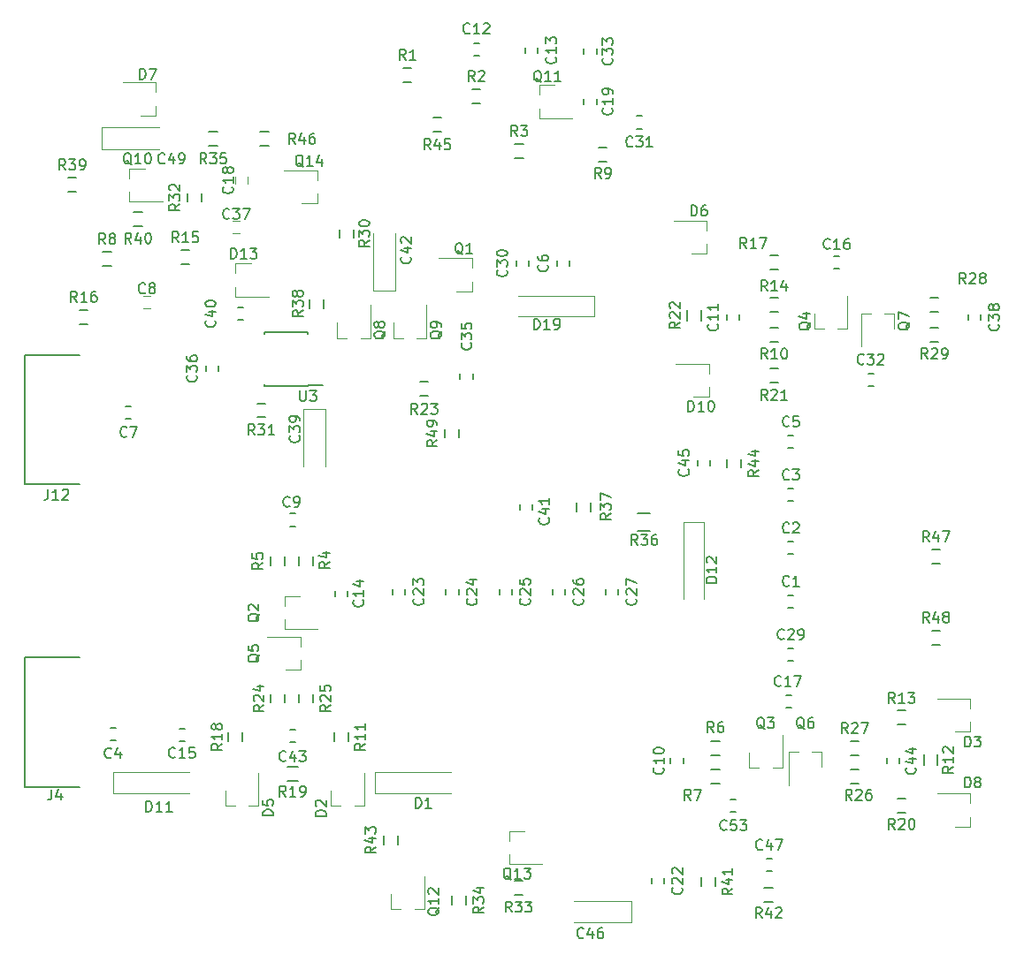
<source format=gto>
G04 #@! TF.FileFunction,Legend,Top*
%FSLAX46Y46*%
G04 Gerber Fmt 4.6, Leading zero omitted, Abs format (unit mm)*
G04 Created by KiCad (PCBNEW 4.0.7-e2-6376~58~ubuntu14.04.1) date Thu May 10 06:19:56 2018*
%MOMM*%
%LPD*%
G01*
G04 APERTURE LIST*
%ADD10C,0.100000*%
%ADD11C,0.150000*%
%ADD12C,0.120000*%
G04 APERTURE END LIST*
D10*
D11*
X65200000Y-116000000D02*
X60000000Y-116000000D01*
X60000000Y-116000000D02*
X60000000Y-103600000D01*
X60000000Y-103600000D02*
X65200000Y-103600000D01*
X133050000Y-102700000D02*
X133550000Y-102700000D01*
X133550000Y-103900000D02*
X133050000Y-103900000D01*
X108550000Y-88900000D02*
X108550000Y-89400000D01*
X107350000Y-89400000D02*
X107350000Y-88900000D01*
X85350000Y-110500000D02*
X85850000Y-110500000D01*
X85850000Y-111700000D02*
X85350000Y-111700000D01*
X142500000Y-113750000D02*
X142500000Y-113250000D01*
X143700000Y-113250000D02*
X143700000Y-113750000D01*
X128050000Y-118400000D02*
X127550000Y-118400000D01*
X127550000Y-117200000D02*
X128050000Y-117200000D01*
D12*
X150460000Y-119780000D02*
X150460000Y-118850000D01*
X150460000Y-116620000D02*
X150460000Y-117550000D01*
X150460000Y-116620000D02*
X147300000Y-116620000D01*
X150460000Y-119780000D02*
X149000000Y-119780000D01*
X75750000Y-114600000D02*
X68450000Y-114600000D01*
X68450000Y-114600000D02*
X68450000Y-116600000D01*
X68450000Y-116600000D02*
X75750000Y-116600000D01*
X136280000Y-112640000D02*
X135350000Y-112640000D01*
X133120000Y-112640000D02*
X134050000Y-112640000D01*
X133120000Y-112640000D02*
X133120000Y-115800000D01*
X136280000Y-112640000D02*
X136280000Y-114100000D01*
D11*
X114175000Y-88775000D02*
X114175000Y-89575000D01*
X112825000Y-89575000D02*
X112825000Y-88775000D01*
X75250000Y-111600000D02*
X74750000Y-111600000D01*
X74750000Y-110400000D02*
X75250000Y-110400000D01*
X86225000Y-107900000D02*
X86225000Y-107100000D01*
X87575000Y-107100000D02*
X87575000Y-107900000D01*
X123000000Y-113250000D02*
X123000000Y-113750000D01*
X121800000Y-113750000D02*
X121800000Y-113250000D01*
D12*
X100800000Y-114600000D02*
X93500000Y-114600000D01*
X93500000Y-114600000D02*
X93500000Y-116600000D01*
X93500000Y-116600000D02*
X100800000Y-116600000D01*
D11*
X86225000Y-94750000D02*
X86225000Y-93950000D01*
X87575000Y-93950000D02*
X87575000Y-94750000D01*
X83525000Y-94750000D02*
X83525000Y-93950000D01*
X84875000Y-93950000D02*
X84875000Y-94750000D01*
X126500000Y-112975000D02*
X125700000Y-112975000D01*
X125700000Y-111625000D02*
X126500000Y-111625000D01*
D12*
X84840000Y-97720000D02*
X84840000Y-98650000D01*
X84840000Y-100880000D02*
X84840000Y-99950000D01*
X84840000Y-100880000D02*
X88000000Y-100880000D01*
X84840000Y-97720000D02*
X86300000Y-97720000D01*
D11*
X126500000Y-115675000D02*
X125700000Y-115675000D01*
X125700000Y-114325000D02*
X126500000Y-114325000D01*
D12*
X86360000Y-104780000D02*
X86360000Y-103850000D01*
X86360000Y-101620000D02*
X86360000Y-102550000D01*
X86360000Y-101620000D02*
X83200000Y-101620000D01*
X86360000Y-104780000D02*
X84900000Y-104780000D01*
D11*
X79475000Y-111600000D02*
X79475000Y-110800000D01*
X80825000Y-110800000D02*
X80825000Y-111600000D01*
X133050000Y-82300000D02*
X133550000Y-82300000D01*
X133550000Y-83500000D02*
X133050000Y-83500000D01*
X70150000Y-80700000D02*
X69650000Y-80700000D01*
X69650000Y-79500000D02*
X70150000Y-79500000D01*
X85850000Y-91000000D02*
X85350000Y-91000000D01*
X85350000Y-89800000D02*
X85850000Y-89800000D01*
X89650000Y-97700000D02*
X89650000Y-97200000D01*
X90850000Y-97200000D02*
X90850000Y-97700000D01*
X96400000Y-97050000D02*
X96400000Y-97550000D01*
X95200000Y-97550000D02*
X95200000Y-97050000D01*
X106600000Y-97050000D02*
X106600000Y-97550000D01*
X105400000Y-97550000D02*
X105400000Y-97050000D01*
X111700000Y-97050000D02*
X111700000Y-97550000D01*
X110500000Y-97550000D02*
X110500000Y-97050000D01*
D12*
X150460000Y-110680000D02*
X150460000Y-109750000D01*
X150460000Y-107520000D02*
X150460000Y-108450000D01*
X150460000Y-107520000D02*
X147300000Y-107520000D01*
X150460000Y-110680000D02*
X149000000Y-110680000D01*
X129320000Y-114160000D02*
X130250000Y-114160000D01*
X132480000Y-114160000D02*
X131550000Y-114160000D01*
X132480000Y-114160000D02*
X132480000Y-111000000D01*
X129320000Y-114160000D02*
X129320000Y-112700000D01*
D11*
X90925000Y-110800000D02*
X90925000Y-111600000D01*
X89575000Y-111600000D02*
X89575000Y-110800000D01*
X146025000Y-113900000D02*
X146025000Y-112900000D01*
X147375000Y-112900000D02*
X147375000Y-113900000D01*
X85100000Y-114075000D02*
X86100000Y-114075000D01*
X86100000Y-115425000D02*
X85100000Y-115425000D01*
X144300000Y-118475000D02*
X143500000Y-118475000D01*
X143500000Y-117125000D02*
X144300000Y-117125000D01*
X83525000Y-107900000D02*
X83525000Y-107100000D01*
X84875000Y-107100000D02*
X84875000Y-107900000D01*
X132850000Y-107200000D02*
X133350000Y-107200000D01*
X133350000Y-108400000D02*
X132850000Y-108400000D01*
X68650000Y-111500000D02*
X68150000Y-111500000D01*
X68150000Y-110300000D02*
X68650000Y-110300000D01*
X133050000Y-87400000D02*
X133550000Y-87400000D01*
X133550000Y-88600000D02*
X133050000Y-88600000D01*
X101500000Y-97050000D02*
X101500000Y-97550000D01*
X100300000Y-97550000D02*
X100300000Y-97050000D01*
X143500000Y-108625000D02*
X144300000Y-108625000D01*
X144300000Y-109975000D02*
X143500000Y-109975000D01*
X139800000Y-115675000D02*
X139000000Y-115675000D01*
X139000000Y-114325000D02*
X139800000Y-114325000D01*
X139800000Y-112975000D02*
X139000000Y-112975000D01*
X139000000Y-111625000D02*
X139800000Y-111625000D01*
X133050000Y-97600000D02*
X133550000Y-97600000D01*
X133550000Y-98800000D02*
X133050000Y-98800000D01*
X133050000Y-92500000D02*
X133550000Y-92500000D01*
X133550000Y-93700000D02*
X133050000Y-93700000D01*
D12*
X89270000Y-117810000D02*
X90200000Y-117810000D01*
X92430000Y-117810000D02*
X91500000Y-117810000D01*
X92430000Y-117810000D02*
X92430000Y-114650000D01*
X89270000Y-117810000D02*
X89270000Y-116350000D01*
X79170000Y-117810000D02*
X80100000Y-117810000D01*
X82330000Y-117810000D02*
X81400000Y-117810000D01*
X82330000Y-117810000D02*
X82330000Y-114650000D01*
X79170000Y-117810000D02*
X79170000Y-116350000D01*
D11*
X124400000Y-85175000D02*
X124400000Y-84675000D01*
X125600000Y-84675000D02*
X125600000Y-85175000D01*
X65200000Y-87000000D02*
X60000000Y-87000000D01*
X60000000Y-87000000D02*
X60000000Y-74600000D01*
X60000000Y-74600000D02*
X65200000Y-74600000D01*
X116800000Y-97050000D02*
X116800000Y-97550000D01*
X115600000Y-97550000D02*
X115600000Y-97050000D01*
D12*
X102760000Y-68480000D02*
X102760000Y-67550000D01*
X102760000Y-65320000D02*
X102760000Y-66250000D01*
X102760000Y-65320000D02*
X99600000Y-65320000D01*
X102760000Y-68480000D02*
X101300000Y-68480000D01*
D11*
X68250000Y-66075000D02*
X67450000Y-66075000D01*
X67450000Y-64725000D02*
X68250000Y-64725000D01*
D12*
X125000000Y-97950000D02*
X125000000Y-90650000D01*
X125000000Y-90650000D02*
X123000000Y-90650000D01*
X123000000Y-90650000D02*
X123000000Y-97950000D01*
D11*
X119800000Y-91475000D02*
X118600000Y-91475000D01*
X118600000Y-89725000D02*
X119800000Y-89725000D01*
X110930000Y-66050000D02*
X110930000Y-65550000D01*
X112130000Y-65550000D02*
X112130000Y-66050000D01*
D12*
X87960000Y-60080000D02*
X87960000Y-59150000D01*
X87960000Y-56920000D02*
X87960000Y-57850000D01*
X87960000Y-56920000D02*
X84800000Y-56920000D01*
X87960000Y-60080000D02*
X86500000Y-60080000D01*
D11*
X127200000Y-71250000D02*
X127200000Y-70750000D01*
X128400000Y-70750000D02*
X128400000Y-71250000D01*
X137950000Y-66350000D02*
X137450000Y-66350000D01*
X137450000Y-65150000D02*
X137950000Y-65150000D01*
X121175000Y-124750000D02*
X121175000Y-125250000D01*
X119975000Y-125250000D02*
X119975000Y-124750000D01*
X107010000Y-66050000D02*
X107010000Y-65550000D01*
X108210000Y-65550000D02*
X108210000Y-66050000D01*
X140700000Y-76350000D02*
X141200000Y-76350000D01*
X141200000Y-77550000D02*
X140700000Y-77550000D01*
X151500000Y-70750000D02*
X151500000Y-71250000D01*
X150300000Y-71250000D02*
X150300000Y-70750000D01*
D12*
X118000000Y-129000000D02*
X112500000Y-129000000D01*
X118000000Y-126900000D02*
X112500000Y-126900000D01*
X118000000Y-129000000D02*
X118000000Y-126900000D01*
D11*
X130975000Y-122875000D02*
X131475000Y-122875000D01*
X131475000Y-124075000D02*
X130975000Y-124075000D01*
D12*
X125260000Y-64880000D02*
X125260000Y-63950000D01*
X125260000Y-61720000D02*
X125260000Y-62650000D01*
X125260000Y-61720000D02*
X122100000Y-61720000D01*
X125260000Y-64880000D02*
X123800000Y-64880000D01*
X125460000Y-78580000D02*
X125460000Y-77650000D01*
X125460000Y-75420000D02*
X125460000Y-76350000D01*
X125460000Y-75420000D02*
X122300000Y-75420000D01*
X125460000Y-78580000D02*
X124000000Y-78580000D01*
X135570000Y-72110000D02*
X136500000Y-72110000D01*
X138730000Y-72110000D02*
X137800000Y-72110000D01*
X138730000Y-72110000D02*
X138730000Y-68950000D01*
X135570000Y-72110000D02*
X135570000Y-70650000D01*
X143180000Y-70590000D02*
X142250000Y-70590000D01*
X140020000Y-70590000D02*
X140950000Y-70590000D01*
X140020000Y-70590000D02*
X140020000Y-73750000D01*
X143180000Y-70590000D02*
X143180000Y-72050000D01*
X95045000Y-127735000D02*
X95975000Y-127735000D01*
X98205000Y-127735000D02*
X97275000Y-127735000D01*
X98205000Y-127735000D02*
X98205000Y-124575000D01*
X95045000Y-127735000D02*
X95045000Y-126275000D01*
X106340000Y-120245000D02*
X106340000Y-121175000D01*
X106340000Y-123405000D02*
X106340000Y-122475000D01*
X106340000Y-123405000D02*
X109500000Y-123405000D01*
X106340000Y-120245000D02*
X107800000Y-120245000D01*
D11*
X132100000Y-73325000D02*
X131300000Y-73325000D01*
X131300000Y-71975000D02*
X132100000Y-71975000D01*
X132100000Y-70475000D02*
X131300000Y-70475000D01*
X131300000Y-69125000D02*
X132100000Y-69125000D01*
X132100000Y-66425000D02*
X131300000Y-66425000D01*
X131300000Y-65075000D02*
X132100000Y-65075000D01*
X131300000Y-75875000D02*
X132100000Y-75875000D01*
X132100000Y-77225000D02*
X131300000Y-77225000D01*
X123375000Y-71300000D02*
X123375000Y-70300000D01*
X124725000Y-70300000D02*
X124725000Y-71300000D01*
X147450000Y-70475000D02*
X146650000Y-70475000D01*
X146650000Y-69125000D02*
X147450000Y-69125000D01*
X147450000Y-73325000D02*
X146650000Y-73325000D01*
X146650000Y-71975000D02*
X147450000Y-71975000D01*
X107625000Y-126300000D02*
X106825000Y-126300000D01*
X106825000Y-124950000D02*
X107625000Y-124950000D01*
X102225000Y-126450000D02*
X102225000Y-127250000D01*
X100875000Y-127250000D02*
X100875000Y-126450000D01*
X126050000Y-124675000D02*
X126050000Y-125475000D01*
X124700000Y-125475000D02*
X124700000Y-124675000D01*
X131575000Y-126975000D02*
X130775000Y-126975000D01*
X130775000Y-125625000D02*
X131575000Y-125625000D01*
X95675000Y-120700000D02*
X95675000Y-121500000D01*
X94325000Y-121500000D02*
X94325000Y-120700000D01*
X102850000Y-76400000D02*
X102850000Y-76900000D01*
X101650000Y-76900000D02*
X101650000Y-76400000D01*
D12*
X93350000Y-68450000D02*
X93350000Y-62950000D01*
X95450000Y-68450000D02*
X95450000Y-62950000D01*
X93350000Y-68450000D02*
X95450000Y-68450000D01*
X107180000Y-70920000D02*
X114480000Y-70920000D01*
X114480000Y-70920000D02*
X114480000Y-68920000D01*
X114480000Y-68920000D02*
X107180000Y-68920000D01*
D11*
X98600000Y-78475000D02*
X97800000Y-78475000D01*
X97800000Y-77125000D02*
X98600000Y-77125000D01*
X87225000Y-70080000D02*
X87225000Y-69280000D01*
X88575000Y-69280000D02*
X88575000Y-70080000D01*
X103450000Y-45900000D02*
X102950000Y-45900000D01*
X102950000Y-44700000D02*
X103450000Y-44700000D01*
X109100000Y-45150000D02*
X109100000Y-45650000D01*
X107900000Y-45650000D02*
X107900000Y-45150000D01*
X114700000Y-50050000D02*
X114700000Y-50550000D01*
X113500000Y-50550000D02*
X113500000Y-50050000D01*
X119050000Y-52900000D02*
X118550000Y-52900000D01*
X118550000Y-51700000D02*
X119050000Y-51700000D01*
X114700000Y-45250000D02*
X114700000Y-45750000D01*
X113500000Y-45750000D02*
X113500000Y-45250000D01*
X77300000Y-76150000D02*
X77300000Y-75650000D01*
X78500000Y-75650000D02*
X78500000Y-76150000D01*
D12*
X88750000Y-79800000D02*
X88750000Y-85300000D01*
X86650000Y-79800000D02*
X86650000Y-85300000D01*
X88750000Y-79800000D02*
X86650000Y-79800000D01*
D11*
X80400000Y-70050000D02*
X80900000Y-70050000D01*
X80900000Y-71250000D02*
X80400000Y-71250000D01*
D12*
X80140000Y-65820000D02*
X80140000Y-66750000D01*
X80140000Y-68980000D02*
X80140000Y-68050000D01*
X80140000Y-68980000D02*
X83300000Y-68980000D01*
X80140000Y-65820000D02*
X81600000Y-65820000D01*
X89870000Y-72960000D02*
X90800000Y-72960000D01*
X93030000Y-72960000D02*
X92100000Y-72960000D01*
X93030000Y-72960000D02*
X93030000Y-69800000D01*
X89870000Y-72960000D02*
X89870000Y-71500000D01*
X95270000Y-72960000D02*
X96200000Y-72960000D01*
X98430000Y-72960000D02*
X97500000Y-72960000D01*
X98430000Y-72960000D02*
X98430000Y-69800000D01*
X95270000Y-72960000D02*
X95270000Y-71500000D01*
X109240000Y-48720000D02*
X109240000Y-49650000D01*
X109240000Y-51880000D02*
X109240000Y-50950000D01*
X109240000Y-51880000D02*
X112400000Y-51880000D01*
X109240000Y-48720000D02*
X110700000Y-48720000D01*
D11*
X96200000Y-47125000D02*
X97000000Y-47125000D01*
X97000000Y-48475000D02*
X96200000Y-48475000D01*
X103600000Y-50475000D02*
X102800000Y-50475000D01*
X102800000Y-49125000D02*
X103600000Y-49125000D01*
X107700000Y-55725000D02*
X106900000Y-55725000D01*
X106900000Y-54375000D02*
X107700000Y-54375000D01*
X115700000Y-56075000D02*
X114900000Y-56075000D01*
X114900000Y-54725000D02*
X115700000Y-54725000D01*
X66000000Y-71625000D02*
X65200000Y-71625000D01*
X65200000Y-70275000D02*
X66000000Y-70275000D01*
X82200000Y-79225000D02*
X83000000Y-79225000D01*
X83000000Y-80575000D02*
X82200000Y-80575000D01*
X99050000Y-51875000D02*
X99850000Y-51875000D01*
X99850000Y-53225000D02*
X99050000Y-53225000D01*
X75730000Y-65915000D02*
X74930000Y-65915000D01*
X74930000Y-64565000D02*
X75730000Y-64565000D01*
X91425000Y-62550000D02*
X91425000Y-63350000D01*
X90075000Y-63350000D02*
X90075000Y-62550000D01*
X77600000Y-53225000D02*
X78400000Y-53225000D01*
X78400000Y-54575000D02*
X77600000Y-54575000D01*
X82500000Y-53225000D02*
X83300000Y-53225000D01*
X83300000Y-54575000D02*
X82500000Y-54575000D01*
X87075000Y-77575000D02*
X87075000Y-77525000D01*
X82925000Y-77575000D02*
X82925000Y-77430000D01*
X82925000Y-72425000D02*
X82925000Y-72570000D01*
X87075000Y-72425000D02*
X87075000Y-72570000D01*
X87075000Y-77575000D02*
X82925000Y-77575000D01*
X87075000Y-72425000D02*
X82925000Y-72425000D01*
X87075000Y-77525000D02*
X88475000Y-77525000D01*
D12*
X67350000Y-52750000D02*
X72850000Y-52750000D01*
X67350000Y-54850000D02*
X72850000Y-54850000D01*
X67350000Y-52750000D02*
X67350000Y-54850000D01*
X72510000Y-51630000D02*
X72510000Y-50700000D01*
X72510000Y-48470000D02*
X72510000Y-49400000D01*
X72510000Y-48470000D02*
X69350000Y-48470000D01*
X72510000Y-51630000D02*
X71050000Y-51630000D01*
X69990000Y-56720000D02*
X69990000Y-57650000D01*
X69990000Y-59880000D02*
X69990000Y-58950000D01*
X69990000Y-59880000D02*
X73150000Y-59880000D01*
X69990000Y-56720000D02*
X71450000Y-56720000D01*
D11*
X76925000Y-59100000D02*
X76925000Y-59900000D01*
X75575000Y-59900000D02*
X75575000Y-59100000D01*
X64900000Y-58975000D02*
X64100000Y-58975000D01*
X64100000Y-57625000D02*
X64900000Y-57625000D01*
X70400000Y-60875000D02*
X71200000Y-60875000D01*
X71200000Y-62225000D02*
X70400000Y-62225000D01*
X127215000Y-85380000D02*
X127215000Y-84580000D01*
X128565000Y-84580000D02*
X128565000Y-85380000D01*
X147590000Y-94615000D02*
X146790000Y-94615000D01*
X146790000Y-93265000D02*
X147590000Y-93265000D01*
X100185000Y-82520000D02*
X100185000Y-81720000D01*
X101535000Y-81720000D02*
X101535000Y-82520000D01*
X147590000Y-102355000D02*
X146790000Y-102355000D01*
X146790000Y-101005000D02*
X147590000Y-101005000D01*
D12*
X71300000Y-68900000D02*
X72000000Y-68900000D01*
X72000000Y-70100000D02*
X71300000Y-70100000D01*
X80100000Y-58200000D02*
X80100000Y-57500000D01*
X81300000Y-57500000D02*
X81300000Y-58200000D01*
X79850000Y-61750000D02*
X80550000Y-61750000D01*
X80550000Y-62950000D02*
X79850000Y-62950000D01*
D11*
X62526667Y-116237381D02*
X62526667Y-116951667D01*
X62479047Y-117094524D01*
X62383809Y-117189762D01*
X62240952Y-117237381D01*
X62145714Y-117237381D01*
X63431429Y-116570714D02*
X63431429Y-117237381D01*
X63193333Y-116189762D02*
X62955238Y-116904048D01*
X63574286Y-116904048D01*
X132657143Y-101757143D02*
X132609524Y-101804762D01*
X132466667Y-101852381D01*
X132371429Y-101852381D01*
X132228571Y-101804762D01*
X132133333Y-101709524D01*
X132085714Y-101614286D01*
X132038095Y-101423810D01*
X132038095Y-101280952D01*
X132085714Y-101090476D01*
X132133333Y-100995238D01*
X132228571Y-100900000D01*
X132371429Y-100852381D01*
X132466667Y-100852381D01*
X132609524Y-100900000D01*
X132657143Y-100947619D01*
X133038095Y-100947619D02*
X133085714Y-100900000D01*
X133180952Y-100852381D01*
X133419048Y-100852381D01*
X133514286Y-100900000D01*
X133561905Y-100947619D01*
X133609524Y-101042857D01*
X133609524Y-101138095D01*
X133561905Y-101280952D01*
X132990476Y-101852381D01*
X133609524Y-101852381D01*
X134085714Y-101852381D02*
X134276190Y-101852381D01*
X134371429Y-101804762D01*
X134419048Y-101757143D01*
X134514286Y-101614286D01*
X134561905Y-101423810D01*
X134561905Y-101042857D01*
X134514286Y-100947619D01*
X134466667Y-100900000D01*
X134371429Y-100852381D01*
X134180952Y-100852381D01*
X134085714Y-100900000D01*
X134038095Y-100947619D01*
X133990476Y-101042857D01*
X133990476Y-101280952D01*
X134038095Y-101376190D01*
X134085714Y-101423810D01*
X134180952Y-101471429D01*
X134371429Y-101471429D01*
X134466667Y-101423810D01*
X134514286Y-101376190D01*
X134561905Y-101280952D01*
X110082143Y-90217857D02*
X110129762Y-90265476D01*
X110177381Y-90408333D01*
X110177381Y-90503571D01*
X110129762Y-90646429D01*
X110034524Y-90741667D01*
X109939286Y-90789286D01*
X109748810Y-90836905D01*
X109605952Y-90836905D01*
X109415476Y-90789286D01*
X109320238Y-90741667D01*
X109225000Y-90646429D01*
X109177381Y-90503571D01*
X109177381Y-90408333D01*
X109225000Y-90265476D01*
X109272619Y-90217857D01*
X109510714Y-89360714D02*
X110177381Y-89360714D01*
X109129762Y-89598810D02*
X109844048Y-89836905D01*
X109844048Y-89217857D01*
X110177381Y-88313095D02*
X110177381Y-88884524D01*
X110177381Y-88598810D02*
X109177381Y-88598810D01*
X109320238Y-88694048D01*
X109415476Y-88789286D01*
X109463095Y-88884524D01*
X84957143Y-113457143D02*
X84909524Y-113504762D01*
X84766667Y-113552381D01*
X84671429Y-113552381D01*
X84528571Y-113504762D01*
X84433333Y-113409524D01*
X84385714Y-113314286D01*
X84338095Y-113123810D01*
X84338095Y-112980952D01*
X84385714Y-112790476D01*
X84433333Y-112695238D01*
X84528571Y-112600000D01*
X84671429Y-112552381D01*
X84766667Y-112552381D01*
X84909524Y-112600000D01*
X84957143Y-112647619D01*
X85814286Y-112885714D02*
X85814286Y-113552381D01*
X85576190Y-112504762D02*
X85338095Y-113219048D01*
X85957143Y-113219048D01*
X86242857Y-112552381D02*
X86861905Y-112552381D01*
X86528571Y-112933333D01*
X86671429Y-112933333D01*
X86766667Y-112980952D01*
X86814286Y-113028571D01*
X86861905Y-113123810D01*
X86861905Y-113361905D01*
X86814286Y-113457143D01*
X86766667Y-113504762D01*
X86671429Y-113552381D01*
X86385714Y-113552381D01*
X86290476Y-113504762D01*
X86242857Y-113457143D01*
X145207143Y-114142857D02*
X145254762Y-114190476D01*
X145302381Y-114333333D01*
X145302381Y-114428571D01*
X145254762Y-114571429D01*
X145159524Y-114666667D01*
X145064286Y-114714286D01*
X144873810Y-114761905D01*
X144730952Y-114761905D01*
X144540476Y-114714286D01*
X144445238Y-114666667D01*
X144350000Y-114571429D01*
X144302381Y-114428571D01*
X144302381Y-114333333D01*
X144350000Y-114190476D01*
X144397619Y-114142857D01*
X144635714Y-113285714D02*
X145302381Y-113285714D01*
X144254762Y-113523810D02*
X144969048Y-113761905D01*
X144969048Y-113142857D01*
X144635714Y-112333333D02*
X145302381Y-112333333D01*
X144254762Y-112571429D02*
X144969048Y-112809524D01*
X144969048Y-112190476D01*
X127157143Y-120057143D02*
X127109524Y-120104762D01*
X126966667Y-120152381D01*
X126871429Y-120152381D01*
X126728571Y-120104762D01*
X126633333Y-120009524D01*
X126585714Y-119914286D01*
X126538095Y-119723810D01*
X126538095Y-119580952D01*
X126585714Y-119390476D01*
X126633333Y-119295238D01*
X126728571Y-119200000D01*
X126871429Y-119152381D01*
X126966667Y-119152381D01*
X127109524Y-119200000D01*
X127157143Y-119247619D01*
X128061905Y-119152381D02*
X127585714Y-119152381D01*
X127538095Y-119628571D01*
X127585714Y-119580952D01*
X127680952Y-119533333D01*
X127919048Y-119533333D01*
X128014286Y-119580952D01*
X128061905Y-119628571D01*
X128109524Y-119723810D01*
X128109524Y-119961905D01*
X128061905Y-120057143D01*
X128014286Y-120104762D01*
X127919048Y-120152381D01*
X127680952Y-120152381D01*
X127585714Y-120104762D01*
X127538095Y-120057143D01*
X128442857Y-119152381D02*
X129061905Y-119152381D01*
X128728571Y-119533333D01*
X128871429Y-119533333D01*
X128966667Y-119580952D01*
X129014286Y-119628571D01*
X129061905Y-119723810D01*
X129061905Y-119961905D01*
X129014286Y-120057143D01*
X128966667Y-120104762D01*
X128871429Y-120152381D01*
X128585714Y-120152381D01*
X128490476Y-120104762D01*
X128442857Y-120057143D01*
X149961905Y-116052381D02*
X149961905Y-115052381D01*
X150200000Y-115052381D01*
X150342858Y-115100000D01*
X150438096Y-115195238D01*
X150485715Y-115290476D01*
X150533334Y-115480952D01*
X150533334Y-115623810D01*
X150485715Y-115814286D01*
X150438096Y-115909524D01*
X150342858Y-116004762D01*
X150200000Y-116052381D01*
X149961905Y-116052381D01*
X151104762Y-115480952D02*
X151009524Y-115433333D01*
X150961905Y-115385714D01*
X150914286Y-115290476D01*
X150914286Y-115242857D01*
X150961905Y-115147619D01*
X151009524Y-115100000D01*
X151104762Y-115052381D01*
X151295239Y-115052381D01*
X151390477Y-115100000D01*
X151438096Y-115147619D01*
X151485715Y-115242857D01*
X151485715Y-115290476D01*
X151438096Y-115385714D01*
X151390477Y-115433333D01*
X151295239Y-115480952D01*
X151104762Y-115480952D01*
X151009524Y-115528571D01*
X150961905Y-115576190D01*
X150914286Y-115671429D01*
X150914286Y-115861905D01*
X150961905Y-115957143D01*
X151009524Y-116004762D01*
X151104762Y-116052381D01*
X151295239Y-116052381D01*
X151390477Y-116004762D01*
X151438096Y-115957143D01*
X151485715Y-115861905D01*
X151485715Y-115671429D01*
X151438096Y-115576190D01*
X151390477Y-115528571D01*
X151295239Y-115480952D01*
X71585714Y-118352381D02*
X71585714Y-117352381D01*
X71823809Y-117352381D01*
X71966667Y-117400000D01*
X72061905Y-117495238D01*
X72109524Y-117590476D01*
X72157143Y-117780952D01*
X72157143Y-117923810D01*
X72109524Y-118114286D01*
X72061905Y-118209524D01*
X71966667Y-118304762D01*
X71823809Y-118352381D01*
X71585714Y-118352381D01*
X73109524Y-118352381D02*
X72538095Y-118352381D01*
X72823809Y-118352381D02*
X72823809Y-117352381D01*
X72728571Y-117495238D01*
X72633333Y-117590476D01*
X72538095Y-117638095D01*
X74061905Y-118352381D02*
X73490476Y-118352381D01*
X73776190Y-118352381D02*
X73776190Y-117352381D01*
X73680952Y-117495238D01*
X73585714Y-117590476D01*
X73490476Y-117638095D01*
X134604762Y-110447619D02*
X134509524Y-110400000D01*
X134414286Y-110304762D01*
X134271429Y-110161905D01*
X134176190Y-110114286D01*
X134080952Y-110114286D01*
X134128571Y-110352381D02*
X134033333Y-110304762D01*
X133938095Y-110209524D01*
X133890476Y-110019048D01*
X133890476Y-109685714D01*
X133938095Y-109495238D01*
X134033333Y-109400000D01*
X134128571Y-109352381D01*
X134319048Y-109352381D01*
X134414286Y-109400000D01*
X134509524Y-109495238D01*
X134557143Y-109685714D01*
X134557143Y-110019048D01*
X134509524Y-110209524D01*
X134414286Y-110304762D01*
X134319048Y-110352381D01*
X134128571Y-110352381D01*
X135414286Y-109352381D02*
X135223809Y-109352381D01*
X135128571Y-109400000D01*
X135080952Y-109447619D01*
X134985714Y-109590476D01*
X134938095Y-109780952D01*
X134938095Y-110161905D01*
X134985714Y-110257143D01*
X135033333Y-110304762D01*
X135128571Y-110352381D01*
X135319048Y-110352381D01*
X135414286Y-110304762D01*
X135461905Y-110257143D01*
X135509524Y-110161905D01*
X135509524Y-109923810D01*
X135461905Y-109828571D01*
X135414286Y-109780952D01*
X135319048Y-109733333D01*
X135128571Y-109733333D01*
X135033333Y-109780952D01*
X134985714Y-109828571D01*
X134938095Y-109923810D01*
X116052381Y-89792857D02*
X115576190Y-90126191D01*
X116052381Y-90364286D02*
X115052381Y-90364286D01*
X115052381Y-89983333D01*
X115100000Y-89888095D01*
X115147619Y-89840476D01*
X115242857Y-89792857D01*
X115385714Y-89792857D01*
X115480952Y-89840476D01*
X115528571Y-89888095D01*
X115576190Y-89983333D01*
X115576190Y-90364286D01*
X115052381Y-89459524D02*
X115052381Y-88840476D01*
X115433333Y-89173810D01*
X115433333Y-89030952D01*
X115480952Y-88935714D01*
X115528571Y-88888095D01*
X115623810Y-88840476D01*
X115861905Y-88840476D01*
X115957143Y-88888095D01*
X116004762Y-88935714D01*
X116052381Y-89030952D01*
X116052381Y-89316667D01*
X116004762Y-89411905D01*
X115957143Y-89459524D01*
X115052381Y-88507143D02*
X115052381Y-87840476D01*
X116052381Y-88269048D01*
X74357143Y-113107143D02*
X74309524Y-113154762D01*
X74166667Y-113202381D01*
X74071429Y-113202381D01*
X73928571Y-113154762D01*
X73833333Y-113059524D01*
X73785714Y-112964286D01*
X73738095Y-112773810D01*
X73738095Y-112630952D01*
X73785714Y-112440476D01*
X73833333Y-112345238D01*
X73928571Y-112250000D01*
X74071429Y-112202381D01*
X74166667Y-112202381D01*
X74309524Y-112250000D01*
X74357143Y-112297619D01*
X75309524Y-113202381D02*
X74738095Y-113202381D01*
X75023809Y-113202381D02*
X75023809Y-112202381D01*
X74928571Y-112345238D01*
X74833333Y-112440476D01*
X74738095Y-112488095D01*
X76214286Y-112202381D02*
X75738095Y-112202381D01*
X75690476Y-112678571D01*
X75738095Y-112630952D01*
X75833333Y-112583333D01*
X76071429Y-112583333D01*
X76166667Y-112630952D01*
X76214286Y-112678571D01*
X76261905Y-112773810D01*
X76261905Y-113011905D01*
X76214286Y-113107143D01*
X76166667Y-113154762D01*
X76071429Y-113202381D01*
X75833333Y-113202381D01*
X75738095Y-113154762D01*
X75690476Y-113107143D01*
X89252381Y-108142857D02*
X88776190Y-108476191D01*
X89252381Y-108714286D02*
X88252381Y-108714286D01*
X88252381Y-108333333D01*
X88300000Y-108238095D01*
X88347619Y-108190476D01*
X88442857Y-108142857D01*
X88585714Y-108142857D01*
X88680952Y-108190476D01*
X88728571Y-108238095D01*
X88776190Y-108333333D01*
X88776190Y-108714286D01*
X88347619Y-107761905D02*
X88300000Y-107714286D01*
X88252381Y-107619048D01*
X88252381Y-107380952D01*
X88300000Y-107285714D01*
X88347619Y-107238095D01*
X88442857Y-107190476D01*
X88538095Y-107190476D01*
X88680952Y-107238095D01*
X89252381Y-107809524D01*
X89252381Y-107190476D01*
X88252381Y-106285714D02*
X88252381Y-106761905D01*
X88728571Y-106809524D01*
X88680952Y-106761905D01*
X88633333Y-106666667D01*
X88633333Y-106428571D01*
X88680952Y-106333333D01*
X88728571Y-106285714D01*
X88823810Y-106238095D01*
X89061905Y-106238095D01*
X89157143Y-106285714D01*
X89204762Y-106333333D01*
X89252381Y-106428571D01*
X89252381Y-106666667D01*
X89204762Y-106761905D01*
X89157143Y-106809524D01*
X121057143Y-114142857D02*
X121104762Y-114190476D01*
X121152381Y-114333333D01*
X121152381Y-114428571D01*
X121104762Y-114571429D01*
X121009524Y-114666667D01*
X120914286Y-114714286D01*
X120723810Y-114761905D01*
X120580952Y-114761905D01*
X120390476Y-114714286D01*
X120295238Y-114666667D01*
X120200000Y-114571429D01*
X120152381Y-114428571D01*
X120152381Y-114333333D01*
X120200000Y-114190476D01*
X120247619Y-114142857D01*
X121152381Y-113190476D02*
X121152381Y-113761905D01*
X121152381Y-113476191D02*
X120152381Y-113476191D01*
X120295238Y-113571429D01*
X120390476Y-113666667D01*
X120438095Y-113761905D01*
X120152381Y-112571429D02*
X120152381Y-112476190D01*
X120200000Y-112380952D01*
X120247619Y-112333333D01*
X120342857Y-112285714D01*
X120533333Y-112238095D01*
X120771429Y-112238095D01*
X120961905Y-112285714D01*
X121057143Y-112333333D01*
X121104762Y-112380952D01*
X121152381Y-112476190D01*
X121152381Y-112571429D01*
X121104762Y-112666667D01*
X121057143Y-112714286D01*
X120961905Y-112761905D01*
X120771429Y-112809524D01*
X120533333Y-112809524D01*
X120342857Y-112761905D01*
X120247619Y-112714286D01*
X120200000Y-112666667D01*
X120152381Y-112571429D01*
X97361905Y-118002381D02*
X97361905Y-117002381D01*
X97600000Y-117002381D01*
X97742858Y-117050000D01*
X97838096Y-117145238D01*
X97885715Y-117240476D01*
X97933334Y-117430952D01*
X97933334Y-117573810D01*
X97885715Y-117764286D01*
X97838096Y-117859524D01*
X97742858Y-117954762D01*
X97600000Y-118002381D01*
X97361905Y-118002381D01*
X98885715Y-118002381D02*
X98314286Y-118002381D01*
X98600000Y-118002381D02*
X98600000Y-117002381D01*
X98504762Y-117145238D01*
X98409524Y-117240476D01*
X98314286Y-117288095D01*
X89152381Y-94416666D02*
X88676190Y-94750000D01*
X89152381Y-94988095D02*
X88152381Y-94988095D01*
X88152381Y-94607142D01*
X88200000Y-94511904D01*
X88247619Y-94464285D01*
X88342857Y-94416666D01*
X88485714Y-94416666D01*
X88580952Y-94464285D01*
X88628571Y-94511904D01*
X88676190Y-94607142D01*
X88676190Y-94988095D01*
X88485714Y-93559523D02*
X89152381Y-93559523D01*
X88104762Y-93797619D02*
X88819048Y-94035714D01*
X88819048Y-93416666D01*
X82752381Y-94516666D02*
X82276190Y-94850000D01*
X82752381Y-95088095D02*
X81752381Y-95088095D01*
X81752381Y-94707142D01*
X81800000Y-94611904D01*
X81847619Y-94564285D01*
X81942857Y-94516666D01*
X82085714Y-94516666D01*
X82180952Y-94564285D01*
X82228571Y-94611904D01*
X82276190Y-94707142D01*
X82276190Y-95088095D01*
X81752381Y-93611904D02*
X81752381Y-94088095D01*
X82228571Y-94135714D01*
X82180952Y-94088095D01*
X82133333Y-93992857D01*
X82133333Y-93754761D01*
X82180952Y-93659523D01*
X82228571Y-93611904D01*
X82323810Y-93564285D01*
X82561905Y-93564285D01*
X82657143Y-93611904D01*
X82704762Y-93659523D01*
X82752381Y-93754761D01*
X82752381Y-93992857D01*
X82704762Y-94088095D01*
X82657143Y-94135714D01*
X125933334Y-110752381D02*
X125600000Y-110276190D01*
X125361905Y-110752381D02*
X125361905Y-109752381D01*
X125742858Y-109752381D01*
X125838096Y-109800000D01*
X125885715Y-109847619D01*
X125933334Y-109942857D01*
X125933334Y-110085714D01*
X125885715Y-110180952D01*
X125838096Y-110228571D01*
X125742858Y-110276190D01*
X125361905Y-110276190D01*
X126790477Y-109752381D02*
X126600000Y-109752381D01*
X126504762Y-109800000D01*
X126457143Y-109847619D01*
X126361905Y-109990476D01*
X126314286Y-110180952D01*
X126314286Y-110561905D01*
X126361905Y-110657143D01*
X126409524Y-110704762D01*
X126504762Y-110752381D01*
X126695239Y-110752381D01*
X126790477Y-110704762D01*
X126838096Y-110657143D01*
X126885715Y-110561905D01*
X126885715Y-110323810D01*
X126838096Y-110228571D01*
X126790477Y-110180952D01*
X126695239Y-110133333D01*
X126504762Y-110133333D01*
X126409524Y-110180952D01*
X126361905Y-110228571D01*
X126314286Y-110323810D01*
X82447619Y-99395238D02*
X82400000Y-99490476D01*
X82304762Y-99585714D01*
X82161905Y-99728571D01*
X82114286Y-99823810D01*
X82114286Y-99919048D01*
X82352381Y-99871429D02*
X82304762Y-99966667D01*
X82209524Y-100061905D01*
X82019048Y-100109524D01*
X81685714Y-100109524D01*
X81495238Y-100061905D01*
X81400000Y-99966667D01*
X81352381Y-99871429D01*
X81352381Y-99680952D01*
X81400000Y-99585714D01*
X81495238Y-99490476D01*
X81685714Y-99442857D01*
X82019048Y-99442857D01*
X82209524Y-99490476D01*
X82304762Y-99585714D01*
X82352381Y-99680952D01*
X82352381Y-99871429D01*
X81447619Y-99061905D02*
X81400000Y-99014286D01*
X81352381Y-98919048D01*
X81352381Y-98680952D01*
X81400000Y-98585714D01*
X81447619Y-98538095D01*
X81542857Y-98490476D01*
X81638095Y-98490476D01*
X81780952Y-98538095D01*
X82352381Y-99109524D01*
X82352381Y-98490476D01*
X123733334Y-117252381D02*
X123400000Y-116776190D01*
X123161905Y-117252381D02*
X123161905Y-116252381D01*
X123542858Y-116252381D01*
X123638096Y-116300000D01*
X123685715Y-116347619D01*
X123733334Y-116442857D01*
X123733334Y-116585714D01*
X123685715Y-116680952D01*
X123638096Y-116728571D01*
X123542858Y-116776190D01*
X123161905Y-116776190D01*
X124066667Y-116252381D02*
X124733334Y-116252381D01*
X124304762Y-117252381D01*
X82447619Y-103295238D02*
X82400000Y-103390476D01*
X82304762Y-103485714D01*
X82161905Y-103628571D01*
X82114286Y-103723810D01*
X82114286Y-103819048D01*
X82352381Y-103771429D02*
X82304762Y-103866667D01*
X82209524Y-103961905D01*
X82019048Y-104009524D01*
X81685714Y-104009524D01*
X81495238Y-103961905D01*
X81400000Y-103866667D01*
X81352381Y-103771429D01*
X81352381Y-103580952D01*
X81400000Y-103485714D01*
X81495238Y-103390476D01*
X81685714Y-103342857D01*
X82019048Y-103342857D01*
X82209524Y-103390476D01*
X82304762Y-103485714D01*
X82352381Y-103580952D01*
X82352381Y-103771429D01*
X81352381Y-102438095D02*
X81352381Y-102914286D01*
X81828571Y-102961905D01*
X81780952Y-102914286D01*
X81733333Y-102819048D01*
X81733333Y-102580952D01*
X81780952Y-102485714D01*
X81828571Y-102438095D01*
X81923810Y-102390476D01*
X82161905Y-102390476D01*
X82257143Y-102438095D01*
X82304762Y-102485714D01*
X82352381Y-102580952D01*
X82352381Y-102819048D01*
X82304762Y-102914286D01*
X82257143Y-102961905D01*
X78852381Y-111842857D02*
X78376190Y-112176191D01*
X78852381Y-112414286D02*
X77852381Y-112414286D01*
X77852381Y-112033333D01*
X77900000Y-111938095D01*
X77947619Y-111890476D01*
X78042857Y-111842857D01*
X78185714Y-111842857D01*
X78280952Y-111890476D01*
X78328571Y-111938095D01*
X78376190Y-112033333D01*
X78376190Y-112414286D01*
X78852381Y-110890476D02*
X78852381Y-111461905D01*
X78852381Y-111176191D02*
X77852381Y-111176191D01*
X77995238Y-111271429D01*
X78090476Y-111366667D01*
X78138095Y-111461905D01*
X78280952Y-110319048D02*
X78233333Y-110414286D01*
X78185714Y-110461905D01*
X78090476Y-110509524D01*
X78042857Y-110509524D01*
X77947619Y-110461905D01*
X77900000Y-110414286D01*
X77852381Y-110319048D01*
X77852381Y-110128571D01*
X77900000Y-110033333D01*
X77947619Y-109985714D01*
X78042857Y-109938095D01*
X78090476Y-109938095D01*
X78185714Y-109985714D01*
X78233333Y-110033333D01*
X78280952Y-110128571D01*
X78280952Y-110319048D01*
X78328571Y-110414286D01*
X78376190Y-110461905D01*
X78471429Y-110509524D01*
X78661905Y-110509524D01*
X78757143Y-110461905D01*
X78804762Y-110414286D01*
X78852381Y-110319048D01*
X78852381Y-110128571D01*
X78804762Y-110033333D01*
X78757143Y-109985714D01*
X78661905Y-109938095D01*
X78471429Y-109938095D01*
X78376190Y-109985714D01*
X78328571Y-110033333D01*
X78280952Y-110128571D01*
X133133334Y-81357143D02*
X133085715Y-81404762D01*
X132942858Y-81452381D01*
X132847620Y-81452381D01*
X132704762Y-81404762D01*
X132609524Y-81309524D01*
X132561905Y-81214286D01*
X132514286Y-81023810D01*
X132514286Y-80880952D01*
X132561905Y-80690476D01*
X132609524Y-80595238D01*
X132704762Y-80500000D01*
X132847620Y-80452381D01*
X132942858Y-80452381D01*
X133085715Y-80500000D01*
X133133334Y-80547619D01*
X134038096Y-80452381D02*
X133561905Y-80452381D01*
X133514286Y-80928571D01*
X133561905Y-80880952D01*
X133657143Y-80833333D01*
X133895239Y-80833333D01*
X133990477Y-80880952D01*
X134038096Y-80928571D01*
X134085715Y-81023810D01*
X134085715Y-81261905D01*
X134038096Y-81357143D01*
X133990477Y-81404762D01*
X133895239Y-81452381D01*
X133657143Y-81452381D01*
X133561905Y-81404762D01*
X133514286Y-81357143D01*
X69733334Y-82357143D02*
X69685715Y-82404762D01*
X69542858Y-82452381D01*
X69447620Y-82452381D01*
X69304762Y-82404762D01*
X69209524Y-82309524D01*
X69161905Y-82214286D01*
X69114286Y-82023810D01*
X69114286Y-81880952D01*
X69161905Y-81690476D01*
X69209524Y-81595238D01*
X69304762Y-81500000D01*
X69447620Y-81452381D01*
X69542858Y-81452381D01*
X69685715Y-81500000D01*
X69733334Y-81547619D01*
X70066667Y-81452381D02*
X70733334Y-81452381D01*
X70304762Y-82452381D01*
X85333334Y-89057143D02*
X85285715Y-89104762D01*
X85142858Y-89152381D01*
X85047620Y-89152381D01*
X84904762Y-89104762D01*
X84809524Y-89009524D01*
X84761905Y-88914286D01*
X84714286Y-88723810D01*
X84714286Y-88580952D01*
X84761905Y-88390476D01*
X84809524Y-88295238D01*
X84904762Y-88200000D01*
X85047620Y-88152381D01*
X85142858Y-88152381D01*
X85285715Y-88200000D01*
X85333334Y-88247619D01*
X85809524Y-89152381D02*
X86000000Y-89152381D01*
X86095239Y-89104762D01*
X86142858Y-89057143D01*
X86238096Y-88914286D01*
X86285715Y-88723810D01*
X86285715Y-88342857D01*
X86238096Y-88247619D01*
X86190477Y-88200000D01*
X86095239Y-88152381D01*
X85904762Y-88152381D01*
X85809524Y-88200000D01*
X85761905Y-88247619D01*
X85714286Y-88342857D01*
X85714286Y-88580952D01*
X85761905Y-88676190D01*
X85809524Y-88723810D01*
X85904762Y-88771429D01*
X86095239Y-88771429D01*
X86190477Y-88723810D01*
X86238096Y-88676190D01*
X86285715Y-88580952D01*
X92307143Y-98092857D02*
X92354762Y-98140476D01*
X92402381Y-98283333D01*
X92402381Y-98378571D01*
X92354762Y-98521429D01*
X92259524Y-98616667D01*
X92164286Y-98664286D01*
X91973810Y-98711905D01*
X91830952Y-98711905D01*
X91640476Y-98664286D01*
X91545238Y-98616667D01*
X91450000Y-98521429D01*
X91402381Y-98378571D01*
X91402381Y-98283333D01*
X91450000Y-98140476D01*
X91497619Y-98092857D01*
X92402381Y-97140476D02*
X92402381Y-97711905D01*
X92402381Y-97426191D02*
X91402381Y-97426191D01*
X91545238Y-97521429D01*
X91640476Y-97616667D01*
X91688095Y-97711905D01*
X91735714Y-96283333D02*
X92402381Y-96283333D01*
X91354762Y-96521429D02*
X92069048Y-96759524D01*
X92069048Y-96140476D01*
X98057143Y-97942857D02*
X98104762Y-97990476D01*
X98152381Y-98133333D01*
X98152381Y-98228571D01*
X98104762Y-98371429D01*
X98009524Y-98466667D01*
X97914286Y-98514286D01*
X97723810Y-98561905D01*
X97580952Y-98561905D01*
X97390476Y-98514286D01*
X97295238Y-98466667D01*
X97200000Y-98371429D01*
X97152381Y-98228571D01*
X97152381Y-98133333D01*
X97200000Y-97990476D01*
X97247619Y-97942857D01*
X97247619Y-97561905D02*
X97200000Y-97514286D01*
X97152381Y-97419048D01*
X97152381Y-97180952D01*
X97200000Y-97085714D01*
X97247619Y-97038095D01*
X97342857Y-96990476D01*
X97438095Y-96990476D01*
X97580952Y-97038095D01*
X98152381Y-97609524D01*
X98152381Y-96990476D01*
X97152381Y-96657143D02*
X97152381Y-96038095D01*
X97533333Y-96371429D01*
X97533333Y-96228571D01*
X97580952Y-96133333D01*
X97628571Y-96085714D01*
X97723810Y-96038095D01*
X97961905Y-96038095D01*
X98057143Y-96085714D01*
X98104762Y-96133333D01*
X98152381Y-96228571D01*
X98152381Y-96514286D01*
X98104762Y-96609524D01*
X98057143Y-96657143D01*
X108257143Y-97942857D02*
X108304762Y-97990476D01*
X108352381Y-98133333D01*
X108352381Y-98228571D01*
X108304762Y-98371429D01*
X108209524Y-98466667D01*
X108114286Y-98514286D01*
X107923810Y-98561905D01*
X107780952Y-98561905D01*
X107590476Y-98514286D01*
X107495238Y-98466667D01*
X107400000Y-98371429D01*
X107352381Y-98228571D01*
X107352381Y-98133333D01*
X107400000Y-97990476D01*
X107447619Y-97942857D01*
X107447619Y-97561905D02*
X107400000Y-97514286D01*
X107352381Y-97419048D01*
X107352381Y-97180952D01*
X107400000Y-97085714D01*
X107447619Y-97038095D01*
X107542857Y-96990476D01*
X107638095Y-96990476D01*
X107780952Y-97038095D01*
X108352381Y-97609524D01*
X108352381Y-96990476D01*
X107352381Y-96085714D02*
X107352381Y-96561905D01*
X107828571Y-96609524D01*
X107780952Y-96561905D01*
X107733333Y-96466667D01*
X107733333Y-96228571D01*
X107780952Y-96133333D01*
X107828571Y-96085714D01*
X107923810Y-96038095D01*
X108161905Y-96038095D01*
X108257143Y-96085714D01*
X108304762Y-96133333D01*
X108352381Y-96228571D01*
X108352381Y-96466667D01*
X108304762Y-96561905D01*
X108257143Y-96609524D01*
X113357143Y-97942857D02*
X113404762Y-97990476D01*
X113452381Y-98133333D01*
X113452381Y-98228571D01*
X113404762Y-98371429D01*
X113309524Y-98466667D01*
X113214286Y-98514286D01*
X113023810Y-98561905D01*
X112880952Y-98561905D01*
X112690476Y-98514286D01*
X112595238Y-98466667D01*
X112500000Y-98371429D01*
X112452381Y-98228571D01*
X112452381Y-98133333D01*
X112500000Y-97990476D01*
X112547619Y-97942857D01*
X112547619Y-97561905D02*
X112500000Y-97514286D01*
X112452381Y-97419048D01*
X112452381Y-97180952D01*
X112500000Y-97085714D01*
X112547619Y-97038095D01*
X112642857Y-96990476D01*
X112738095Y-96990476D01*
X112880952Y-97038095D01*
X113452381Y-97609524D01*
X113452381Y-96990476D01*
X112452381Y-96133333D02*
X112452381Y-96323810D01*
X112500000Y-96419048D01*
X112547619Y-96466667D01*
X112690476Y-96561905D01*
X112880952Y-96609524D01*
X113261905Y-96609524D01*
X113357143Y-96561905D01*
X113404762Y-96514286D01*
X113452381Y-96419048D01*
X113452381Y-96228571D01*
X113404762Y-96133333D01*
X113357143Y-96085714D01*
X113261905Y-96038095D01*
X113023810Y-96038095D01*
X112928571Y-96085714D01*
X112880952Y-96133333D01*
X112833333Y-96228571D01*
X112833333Y-96419048D01*
X112880952Y-96514286D01*
X112928571Y-96561905D01*
X113023810Y-96609524D01*
X149961905Y-112152381D02*
X149961905Y-111152381D01*
X150200000Y-111152381D01*
X150342858Y-111200000D01*
X150438096Y-111295238D01*
X150485715Y-111390476D01*
X150533334Y-111580952D01*
X150533334Y-111723810D01*
X150485715Y-111914286D01*
X150438096Y-112009524D01*
X150342858Y-112104762D01*
X150200000Y-112152381D01*
X149961905Y-112152381D01*
X150866667Y-111152381D02*
X151485715Y-111152381D01*
X151152381Y-111533333D01*
X151295239Y-111533333D01*
X151390477Y-111580952D01*
X151438096Y-111628571D01*
X151485715Y-111723810D01*
X151485715Y-111961905D01*
X151438096Y-112057143D01*
X151390477Y-112104762D01*
X151295239Y-112152381D01*
X151009524Y-112152381D01*
X150914286Y-112104762D01*
X150866667Y-112057143D01*
X130804762Y-110447619D02*
X130709524Y-110400000D01*
X130614286Y-110304762D01*
X130471429Y-110161905D01*
X130376190Y-110114286D01*
X130280952Y-110114286D01*
X130328571Y-110352381D02*
X130233333Y-110304762D01*
X130138095Y-110209524D01*
X130090476Y-110019048D01*
X130090476Y-109685714D01*
X130138095Y-109495238D01*
X130233333Y-109400000D01*
X130328571Y-109352381D01*
X130519048Y-109352381D01*
X130614286Y-109400000D01*
X130709524Y-109495238D01*
X130757143Y-109685714D01*
X130757143Y-110019048D01*
X130709524Y-110209524D01*
X130614286Y-110304762D01*
X130519048Y-110352381D01*
X130328571Y-110352381D01*
X131090476Y-109352381D02*
X131709524Y-109352381D01*
X131376190Y-109733333D01*
X131519048Y-109733333D01*
X131614286Y-109780952D01*
X131661905Y-109828571D01*
X131709524Y-109923810D01*
X131709524Y-110161905D01*
X131661905Y-110257143D01*
X131614286Y-110304762D01*
X131519048Y-110352381D01*
X131233333Y-110352381D01*
X131138095Y-110304762D01*
X131090476Y-110257143D01*
X92552381Y-111842857D02*
X92076190Y-112176191D01*
X92552381Y-112414286D02*
X91552381Y-112414286D01*
X91552381Y-112033333D01*
X91600000Y-111938095D01*
X91647619Y-111890476D01*
X91742857Y-111842857D01*
X91885714Y-111842857D01*
X91980952Y-111890476D01*
X92028571Y-111938095D01*
X92076190Y-112033333D01*
X92076190Y-112414286D01*
X92552381Y-110890476D02*
X92552381Y-111461905D01*
X92552381Y-111176191D02*
X91552381Y-111176191D01*
X91695238Y-111271429D01*
X91790476Y-111366667D01*
X91838095Y-111461905D01*
X92552381Y-109938095D02*
X92552381Y-110509524D01*
X92552381Y-110223810D02*
X91552381Y-110223810D01*
X91695238Y-110319048D01*
X91790476Y-110414286D01*
X91838095Y-110509524D01*
X148852381Y-114042857D02*
X148376190Y-114376191D01*
X148852381Y-114614286D02*
X147852381Y-114614286D01*
X147852381Y-114233333D01*
X147900000Y-114138095D01*
X147947619Y-114090476D01*
X148042857Y-114042857D01*
X148185714Y-114042857D01*
X148280952Y-114090476D01*
X148328571Y-114138095D01*
X148376190Y-114233333D01*
X148376190Y-114614286D01*
X148852381Y-113090476D02*
X148852381Y-113661905D01*
X148852381Y-113376191D02*
X147852381Y-113376191D01*
X147995238Y-113471429D01*
X148090476Y-113566667D01*
X148138095Y-113661905D01*
X147947619Y-112709524D02*
X147900000Y-112661905D01*
X147852381Y-112566667D01*
X147852381Y-112328571D01*
X147900000Y-112233333D01*
X147947619Y-112185714D01*
X148042857Y-112138095D01*
X148138095Y-112138095D01*
X148280952Y-112185714D01*
X148852381Y-112757143D01*
X148852381Y-112138095D01*
X84957143Y-116902381D02*
X84623809Y-116426190D01*
X84385714Y-116902381D02*
X84385714Y-115902381D01*
X84766667Y-115902381D01*
X84861905Y-115950000D01*
X84909524Y-115997619D01*
X84957143Y-116092857D01*
X84957143Y-116235714D01*
X84909524Y-116330952D01*
X84861905Y-116378571D01*
X84766667Y-116426190D01*
X84385714Y-116426190D01*
X85909524Y-116902381D02*
X85338095Y-116902381D01*
X85623809Y-116902381D02*
X85623809Y-115902381D01*
X85528571Y-116045238D01*
X85433333Y-116140476D01*
X85338095Y-116188095D01*
X86385714Y-116902381D02*
X86576190Y-116902381D01*
X86671429Y-116854762D01*
X86719048Y-116807143D01*
X86814286Y-116664286D01*
X86861905Y-116473810D01*
X86861905Y-116092857D01*
X86814286Y-115997619D01*
X86766667Y-115950000D01*
X86671429Y-115902381D01*
X86480952Y-115902381D01*
X86385714Y-115950000D01*
X86338095Y-115997619D01*
X86290476Y-116092857D01*
X86290476Y-116330952D01*
X86338095Y-116426190D01*
X86385714Y-116473810D01*
X86480952Y-116521429D01*
X86671429Y-116521429D01*
X86766667Y-116473810D01*
X86814286Y-116426190D01*
X86861905Y-116330952D01*
X143257143Y-120052381D02*
X142923809Y-119576190D01*
X142685714Y-120052381D02*
X142685714Y-119052381D01*
X143066667Y-119052381D01*
X143161905Y-119100000D01*
X143209524Y-119147619D01*
X143257143Y-119242857D01*
X143257143Y-119385714D01*
X143209524Y-119480952D01*
X143161905Y-119528571D01*
X143066667Y-119576190D01*
X142685714Y-119576190D01*
X143638095Y-119147619D02*
X143685714Y-119100000D01*
X143780952Y-119052381D01*
X144019048Y-119052381D01*
X144114286Y-119100000D01*
X144161905Y-119147619D01*
X144209524Y-119242857D01*
X144209524Y-119338095D01*
X144161905Y-119480952D01*
X143590476Y-120052381D01*
X144209524Y-120052381D01*
X144828571Y-119052381D02*
X144923810Y-119052381D01*
X145019048Y-119100000D01*
X145066667Y-119147619D01*
X145114286Y-119242857D01*
X145161905Y-119433333D01*
X145161905Y-119671429D01*
X145114286Y-119861905D01*
X145066667Y-119957143D01*
X145019048Y-120004762D01*
X144923810Y-120052381D01*
X144828571Y-120052381D01*
X144733333Y-120004762D01*
X144685714Y-119957143D01*
X144638095Y-119861905D01*
X144590476Y-119671429D01*
X144590476Y-119433333D01*
X144638095Y-119242857D01*
X144685714Y-119147619D01*
X144733333Y-119100000D01*
X144828571Y-119052381D01*
X82852381Y-108142857D02*
X82376190Y-108476191D01*
X82852381Y-108714286D02*
X81852381Y-108714286D01*
X81852381Y-108333333D01*
X81900000Y-108238095D01*
X81947619Y-108190476D01*
X82042857Y-108142857D01*
X82185714Y-108142857D01*
X82280952Y-108190476D01*
X82328571Y-108238095D01*
X82376190Y-108333333D01*
X82376190Y-108714286D01*
X81947619Y-107761905D02*
X81900000Y-107714286D01*
X81852381Y-107619048D01*
X81852381Y-107380952D01*
X81900000Y-107285714D01*
X81947619Y-107238095D01*
X82042857Y-107190476D01*
X82138095Y-107190476D01*
X82280952Y-107238095D01*
X82852381Y-107809524D01*
X82852381Y-107190476D01*
X82185714Y-106333333D02*
X82852381Y-106333333D01*
X81804762Y-106571429D02*
X82519048Y-106809524D01*
X82519048Y-106190476D01*
X132357143Y-106257143D02*
X132309524Y-106304762D01*
X132166667Y-106352381D01*
X132071429Y-106352381D01*
X131928571Y-106304762D01*
X131833333Y-106209524D01*
X131785714Y-106114286D01*
X131738095Y-105923810D01*
X131738095Y-105780952D01*
X131785714Y-105590476D01*
X131833333Y-105495238D01*
X131928571Y-105400000D01*
X132071429Y-105352381D01*
X132166667Y-105352381D01*
X132309524Y-105400000D01*
X132357143Y-105447619D01*
X133309524Y-106352381D02*
X132738095Y-106352381D01*
X133023809Y-106352381D02*
X133023809Y-105352381D01*
X132928571Y-105495238D01*
X132833333Y-105590476D01*
X132738095Y-105638095D01*
X133642857Y-105352381D02*
X134309524Y-105352381D01*
X133880952Y-106352381D01*
X68233334Y-113157143D02*
X68185715Y-113204762D01*
X68042858Y-113252381D01*
X67947620Y-113252381D01*
X67804762Y-113204762D01*
X67709524Y-113109524D01*
X67661905Y-113014286D01*
X67614286Y-112823810D01*
X67614286Y-112680952D01*
X67661905Y-112490476D01*
X67709524Y-112395238D01*
X67804762Y-112300000D01*
X67947620Y-112252381D01*
X68042858Y-112252381D01*
X68185715Y-112300000D01*
X68233334Y-112347619D01*
X69090477Y-112585714D02*
X69090477Y-113252381D01*
X68852381Y-112204762D02*
X68614286Y-112919048D01*
X69233334Y-112919048D01*
X133133334Y-86457143D02*
X133085715Y-86504762D01*
X132942858Y-86552381D01*
X132847620Y-86552381D01*
X132704762Y-86504762D01*
X132609524Y-86409524D01*
X132561905Y-86314286D01*
X132514286Y-86123810D01*
X132514286Y-85980952D01*
X132561905Y-85790476D01*
X132609524Y-85695238D01*
X132704762Y-85600000D01*
X132847620Y-85552381D01*
X132942858Y-85552381D01*
X133085715Y-85600000D01*
X133133334Y-85647619D01*
X133466667Y-85552381D02*
X134085715Y-85552381D01*
X133752381Y-85933333D01*
X133895239Y-85933333D01*
X133990477Y-85980952D01*
X134038096Y-86028571D01*
X134085715Y-86123810D01*
X134085715Y-86361905D01*
X134038096Y-86457143D01*
X133990477Y-86504762D01*
X133895239Y-86552381D01*
X133609524Y-86552381D01*
X133514286Y-86504762D01*
X133466667Y-86457143D01*
X103157143Y-97942857D02*
X103204762Y-97990476D01*
X103252381Y-98133333D01*
X103252381Y-98228571D01*
X103204762Y-98371429D01*
X103109524Y-98466667D01*
X103014286Y-98514286D01*
X102823810Y-98561905D01*
X102680952Y-98561905D01*
X102490476Y-98514286D01*
X102395238Y-98466667D01*
X102300000Y-98371429D01*
X102252381Y-98228571D01*
X102252381Y-98133333D01*
X102300000Y-97990476D01*
X102347619Y-97942857D01*
X102347619Y-97561905D02*
X102300000Y-97514286D01*
X102252381Y-97419048D01*
X102252381Y-97180952D01*
X102300000Y-97085714D01*
X102347619Y-97038095D01*
X102442857Y-96990476D01*
X102538095Y-96990476D01*
X102680952Y-97038095D01*
X103252381Y-97609524D01*
X103252381Y-96990476D01*
X102585714Y-96133333D02*
X103252381Y-96133333D01*
X102204762Y-96371429D02*
X102919048Y-96609524D01*
X102919048Y-95990476D01*
X143257143Y-107952381D02*
X142923809Y-107476190D01*
X142685714Y-107952381D02*
X142685714Y-106952381D01*
X143066667Y-106952381D01*
X143161905Y-107000000D01*
X143209524Y-107047619D01*
X143257143Y-107142857D01*
X143257143Y-107285714D01*
X143209524Y-107380952D01*
X143161905Y-107428571D01*
X143066667Y-107476190D01*
X142685714Y-107476190D01*
X144209524Y-107952381D02*
X143638095Y-107952381D01*
X143923809Y-107952381D02*
X143923809Y-106952381D01*
X143828571Y-107095238D01*
X143733333Y-107190476D01*
X143638095Y-107238095D01*
X144542857Y-106952381D02*
X145161905Y-106952381D01*
X144828571Y-107333333D01*
X144971429Y-107333333D01*
X145066667Y-107380952D01*
X145114286Y-107428571D01*
X145161905Y-107523810D01*
X145161905Y-107761905D01*
X145114286Y-107857143D01*
X145066667Y-107904762D01*
X144971429Y-107952381D01*
X144685714Y-107952381D01*
X144590476Y-107904762D01*
X144542857Y-107857143D01*
X139157143Y-117252381D02*
X138823809Y-116776190D01*
X138585714Y-117252381D02*
X138585714Y-116252381D01*
X138966667Y-116252381D01*
X139061905Y-116300000D01*
X139109524Y-116347619D01*
X139157143Y-116442857D01*
X139157143Y-116585714D01*
X139109524Y-116680952D01*
X139061905Y-116728571D01*
X138966667Y-116776190D01*
X138585714Y-116776190D01*
X139538095Y-116347619D02*
X139585714Y-116300000D01*
X139680952Y-116252381D01*
X139919048Y-116252381D01*
X140014286Y-116300000D01*
X140061905Y-116347619D01*
X140109524Y-116442857D01*
X140109524Y-116538095D01*
X140061905Y-116680952D01*
X139490476Y-117252381D01*
X140109524Y-117252381D01*
X140966667Y-116252381D02*
X140776190Y-116252381D01*
X140680952Y-116300000D01*
X140633333Y-116347619D01*
X140538095Y-116490476D01*
X140490476Y-116680952D01*
X140490476Y-117061905D01*
X140538095Y-117157143D01*
X140585714Y-117204762D01*
X140680952Y-117252381D01*
X140871429Y-117252381D01*
X140966667Y-117204762D01*
X141014286Y-117157143D01*
X141061905Y-117061905D01*
X141061905Y-116823810D01*
X141014286Y-116728571D01*
X140966667Y-116680952D01*
X140871429Y-116633333D01*
X140680952Y-116633333D01*
X140585714Y-116680952D01*
X140538095Y-116728571D01*
X140490476Y-116823810D01*
X138757143Y-110852381D02*
X138423809Y-110376190D01*
X138185714Y-110852381D02*
X138185714Y-109852381D01*
X138566667Y-109852381D01*
X138661905Y-109900000D01*
X138709524Y-109947619D01*
X138757143Y-110042857D01*
X138757143Y-110185714D01*
X138709524Y-110280952D01*
X138661905Y-110328571D01*
X138566667Y-110376190D01*
X138185714Y-110376190D01*
X139138095Y-109947619D02*
X139185714Y-109900000D01*
X139280952Y-109852381D01*
X139519048Y-109852381D01*
X139614286Y-109900000D01*
X139661905Y-109947619D01*
X139709524Y-110042857D01*
X139709524Y-110138095D01*
X139661905Y-110280952D01*
X139090476Y-110852381D01*
X139709524Y-110852381D01*
X140042857Y-109852381D02*
X140709524Y-109852381D01*
X140280952Y-110852381D01*
X133133334Y-96657143D02*
X133085715Y-96704762D01*
X132942858Y-96752381D01*
X132847620Y-96752381D01*
X132704762Y-96704762D01*
X132609524Y-96609524D01*
X132561905Y-96514286D01*
X132514286Y-96323810D01*
X132514286Y-96180952D01*
X132561905Y-95990476D01*
X132609524Y-95895238D01*
X132704762Y-95800000D01*
X132847620Y-95752381D01*
X132942858Y-95752381D01*
X133085715Y-95800000D01*
X133133334Y-95847619D01*
X134085715Y-96752381D02*
X133514286Y-96752381D01*
X133800000Y-96752381D02*
X133800000Y-95752381D01*
X133704762Y-95895238D01*
X133609524Y-95990476D01*
X133514286Y-96038095D01*
X133133334Y-91557143D02*
X133085715Y-91604762D01*
X132942858Y-91652381D01*
X132847620Y-91652381D01*
X132704762Y-91604762D01*
X132609524Y-91509524D01*
X132561905Y-91414286D01*
X132514286Y-91223810D01*
X132514286Y-91080952D01*
X132561905Y-90890476D01*
X132609524Y-90795238D01*
X132704762Y-90700000D01*
X132847620Y-90652381D01*
X132942858Y-90652381D01*
X133085715Y-90700000D01*
X133133334Y-90747619D01*
X133514286Y-90747619D02*
X133561905Y-90700000D01*
X133657143Y-90652381D01*
X133895239Y-90652381D01*
X133990477Y-90700000D01*
X134038096Y-90747619D01*
X134085715Y-90842857D01*
X134085715Y-90938095D01*
X134038096Y-91080952D01*
X133466667Y-91652381D01*
X134085715Y-91652381D01*
X88802381Y-118788095D02*
X87802381Y-118788095D01*
X87802381Y-118550000D01*
X87850000Y-118407142D01*
X87945238Y-118311904D01*
X88040476Y-118264285D01*
X88230952Y-118216666D01*
X88373810Y-118216666D01*
X88564286Y-118264285D01*
X88659524Y-118311904D01*
X88754762Y-118407142D01*
X88802381Y-118550000D01*
X88802381Y-118788095D01*
X87897619Y-117835714D02*
X87850000Y-117788095D01*
X87802381Y-117692857D01*
X87802381Y-117454761D01*
X87850000Y-117359523D01*
X87897619Y-117311904D01*
X87992857Y-117264285D01*
X88088095Y-117264285D01*
X88230952Y-117311904D01*
X88802381Y-117883333D01*
X88802381Y-117264285D01*
X83752381Y-118738095D02*
X82752381Y-118738095D01*
X82752381Y-118500000D01*
X82800000Y-118357142D01*
X82895238Y-118261904D01*
X82990476Y-118214285D01*
X83180952Y-118166666D01*
X83323810Y-118166666D01*
X83514286Y-118214285D01*
X83609524Y-118261904D01*
X83704762Y-118357142D01*
X83752381Y-118500000D01*
X83752381Y-118738095D01*
X82752381Y-117261904D02*
X82752381Y-117738095D01*
X83228571Y-117785714D01*
X83180952Y-117738095D01*
X83133333Y-117642857D01*
X83133333Y-117404761D01*
X83180952Y-117309523D01*
X83228571Y-117261904D01*
X83323810Y-117214285D01*
X83561905Y-117214285D01*
X83657143Y-117261904D01*
X83704762Y-117309523D01*
X83752381Y-117404761D01*
X83752381Y-117642857D01*
X83704762Y-117738095D01*
X83657143Y-117785714D01*
X123457143Y-85567857D02*
X123504762Y-85615476D01*
X123552381Y-85758333D01*
X123552381Y-85853571D01*
X123504762Y-85996429D01*
X123409524Y-86091667D01*
X123314286Y-86139286D01*
X123123810Y-86186905D01*
X122980952Y-86186905D01*
X122790476Y-86139286D01*
X122695238Y-86091667D01*
X122600000Y-85996429D01*
X122552381Y-85853571D01*
X122552381Y-85758333D01*
X122600000Y-85615476D01*
X122647619Y-85567857D01*
X122885714Y-84710714D02*
X123552381Y-84710714D01*
X122504762Y-84948810D02*
X123219048Y-85186905D01*
X123219048Y-84567857D01*
X122552381Y-83710714D02*
X122552381Y-84186905D01*
X123028571Y-84234524D01*
X122980952Y-84186905D01*
X122933333Y-84091667D01*
X122933333Y-83853571D01*
X122980952Y-83758333D01*
X123028571Y-83710714D01*
X123123810Y-83663095D01*
X123361905Y-83663095D01*
X123457143Y-83710714D01*
X123504762Y-83758333D01*
X123552381Y-83853571D01*
X123552381Y-84091667D01*
X123504762Y-84186905D01*
X123457143Y-84234524D01*
X62190477Y-87452381D02*
X62190477Y-88166667D01*
X62142857Y-88309524D01*
X62047619Y-88404762D01*
X61904762Y-88452381D01*
X61809524Y-88452381D01*
X63190477Y-88452381D02*
X62619048Y-88452381D01*
X62904762Y-88452381D02*
X62904762Y-87452381D01*
X62809524Y-87595238D01*
X62714286Y-87690476D01*
X62619048Y-87738095D01*
X63571429Y-87547619D02*
X63619048Y-87500000D01*
X63714286Y-87452381D01*
X63952382Y-87452381D01*
X64047620Y-87500000D01*
X64095239Y-87547619D01*
X64142858Y-87642857D01*
X64142858Y-87738095D01*
X64095239Y-87880952D01*
X63523810Y-88452381D01*
X64142858Y-88452381D01*
X118457143Y-97942857D02*
X118504762Y-97990476D01*
X118552381Y-98133333D01*
X118552381Y-98228571D01*
X118504762Y-98371429D01*
X118409524Y-98466667D01*
X118314286Y-98514286D01*
X118123810Y-98561905D01*
X117980952Y-98561905D01*
X117790476Y-98514286D01*
X117695238Y-98466667D01*
X117600000Y-98371429D01*
X117552381Y-98228571D01*
X117552381Y-98133333D01*
X117600000Y-97990476D01*
X117647619Y-97942857D01*
X117647619Y-97561905D02*
X117600000Y-97514286D01*
X117552381Y-97419048D01*
X117552381Y-97180952D01*
X117600000Y-97085714D01*
X117647619Y-97038095D01*
X117742857Y-96990476D01*
X117838095Y-96990476D01*
X117980952Y-97038095D01*
X118552381Y-97609524D01*
X118552381Y-96990476D01*
X117552381Y-96657143D02*
X117552381Y-95990476D01*
X118552381Y-96419048D01*
X101904762Y-64947619D02*
X101809524Y-64900000D01*
X101714286Y-64804762D01*
X101571429Y-64661905D01*
X101476190Y-64614286D01*
X101380952Y-64614286D01*
X101428571Y-64852381D02*
X101333333Y-64804762D01*
X101238095Y-64709524D01*
X101190476Y-64519048D01*
X101190476Y-64185714D01*
X101238095Y-63995238D01*
X101333333Y-63900000D01*
X101428571Y-63852381D01*
X101619048Y-63852381D01*
X101714286Y-63900000D01*
X101809524Y-63995238D01*
X101857143Y-64185714D01*
X101857143Y-64519048D01*
X101809524Y-64709524D01*
X101714286Y-64804762D01*
X101619048Y-64852381D01*
X101428571Y-64852381D01*
X102809524Y-64852381D02*
X102238095Y-64852381D01*
X102523809Y-64852381D02*
X102523809Y-63852381D01*
X102428571Y-63995238D01*
X102333333Y-64090476D01*
X102238095Y-64138095D01*
X67683334Y-63952381D02*
X67350000Y-63476190D01*
X67111905Y-63952381D02*
X67111905Y-62952381D01*
X67492858Y-62952381D01*
X67588096Y-63000000D01*
X67635715Y-63047619D01*
X67683334Y-63142857D01*
X67683334Y-63285714D01*
X67635715Y-63380952D01*
X67588096Y-63428571D01*
X67492858Y-63476190D01*
X67111905Y-63476190D01*
X68254762Y-63380952D02*
X68159524Y-63333333D01*
X68111905Y-63285714D01*
X68064286Y-63190476D01*
X68064286Y-63142857D01*
X68111905Y-63047619D01*
X68159524Y-63000000D01*
X68254762Y-62952381D01*
X68445239Y-62952381D01*
X68540477Y-63000000D01*
X68588096Y-63047619D01*
X68635715Y-63142857D01*
X68635715Y-63190476D01*
X68588096Y-63285714D01*
X68540477Y-63333333D01*
X68445239Y-63380952D01*
X68254762Y-63380952D01*
X68159524Y-63428571D01*
X68111905Y-63476190D01*
X68064286Y-63571429D01*
X68064286Y-63761905D01*
X68111905Y-63857143D01*
X68159524Y-63904762D01*
X68254762Y-63952381D01*
X68445239Y-63952381D01*
X68540477Y-63904762D01*
X68588096Y-63857143D01*
X68635715Y-63761905D01*
X68635715Y-63571429D01*
X68588096Y-63476190D01*
X68540477Y-63428571D01*
X68445239Y-63380952D01*
X126202381Y-96414286D02*
X125202381Y-96414286D01*
X125202381Y-96176191D01*
X125250000Y-96033333D01*
X125345238Y-95938095D01*
X125440476Y-95890476D01*
X125630952Y-95842857D01*
X125773810Y-95842857D01*
X125964286Y-95890476D01*
X126059524Y-95938095D01*
X126154762Y-96033333D01*
X126202381Y-96176191D01*
X126202381Y-96414286D01*
X126202381Y-94890476D02*
X126202381Y-95461905D01*
X126202381Y-95176191D02*
X125202381Y-95176191D01*
X125345238Y-95271429D01*
X125440476Y-95366667D01*
X125488095Y-95461905D01*
X125297619Y-94509524D02*
X125250000Y-94461905D01*
X125202381Y-94366667D01*
X125202381Y-94128571D01*
X125250000Y-94033333D01*
X125297619Y-93985714D01*
X125392857Y-93938095D01*
X125488095Y-93938095D01*
X125630952Y-93985714D01*
X126202381Y-94557143D01*
X126202381Y-93938095D01*
X118633343Y-92804981D02*
X118300009Y-92328790D01*
X118061914Y-92804981D02*
X118061914Y-91804981D01*
X118442867Y-91804981D01*
X118538105Y-91852600D01*
X118585724Y-91900219D01*
X118633343Y-91995457D01*
X118633343Y-92138314D01*
X118585724Y-92233552D01*
X118538105Y-92281171D01*
X118442867Y-92328790D01*
X118061914Y-92328790D01*
X118966676Y-91804981D02*
X119585724Y-91804981D01*
X119252390Y-92185933D01*
X119395248Y-92185933D01*
X119490486Y-92233552D01*
X119538105Y-92281171D01*
X119585724Y-92376410D01*
X119585724Y-92614505D01*
X119538105Y-92709743D01*
X119490486Y-92757362D01*
X119395248Y-92804981D01*
X119109533Y-92804981D01*
X119014295Y-92757362D01*
X118966676Y-92709743D01*
X120442867Y-91804981D02*
X120252390Y-91804981D01*
X120157152Y-91852600D01*
X120109533Y-91900219D01*
X120014295Y-92043076D01*
X119966676Y-92233552D01*
X119966676Y-92614505D01*
X120014295Y-92709743D01*
X120061914Y-92757362D01*
X120157152Y-92804981D01*
X120347629Y-92804981D01*
X120442867Y-92757362D01*
X120490486Y-92709743D01*
X120538105Y-92614505D01*
X120538105Y-92376410D01*
X120490486Y-92281171D01*
X120442867Y-92233552D01*
X120347629Y-92185933D01*
X120157152Y-92185933D01*
X120061914Y-92233552D01*
X120014295Y-92281171D01*
X119966676Y-92376410D01*
X109987143Y-65966666D02*
X110034762Y-66014285D01*
X110082381Y-66157142D01*
X110082381Y-66252380D01*
X110034762Y-66395238D01*
X109939524Y-66490476D01*
X109844286Y-66538095D01*
X109653810Y-66585714D01*
X109510952Y-66585714D01*
X109320476Y-66538095D01*
X109225238Y-66490476D01*
X109130000Y-66395238D01*
X109082381Y-66252380D01*
X109082381Y-66157142D01*
X109130000Y-66014285D01*
X109177619Y-65966666D01*
X109082381Y-65109523D02*
X109082381Y-65300000D01*
X109130000Y-65395238D01*
X109177619Y-65442857D01*
X109320476Y-65538095D01*
X109510952Y-65585714D01*
X109891905Y-65585714D01*
X109987143Y-65538095D01*
X110034762Y-65490476D01*
X110082381Y-65395238D01*
X110082381Y-65204761D01*
X110034762Y-65109523D01*
X109987143Y-65061904D01*
X109891905Y-65014285D01*
X109653810Y-65014285D01*
X109558571Y-65061904D01*
X109510952Y-65109523D01*
X109463333Y-65204761D01*
X109463333Y-65395238D01*
X109510952Y-65490476D01*
X109558571Y-65538095D01*
X109653810Y-65585714D01*
X86628572Y-56547619D02*
X86533334Y-56500000D01*
X86438096Y-56404762D01*
X86295239Y-56261905D01*
X86200000Y-56214286D01*
X86104762Y-56214286D01*
X86152381Y-56452381D02*
X86057143Y-56404762D01*
X85961905Y-56309524D01*
X85914286Y-56119048D01*
X85914286Y-55785714D01*
X85961905Y-55595238D01*
X86057143Y-55500000D01*
X86152381Y-55452381D01*
X86342858Y-55452381D01*
X86438096Y-55500000D01*
X86533334Y-55595238D01*
X86580953Y-55785714D01*
X86580953Y-56119048D01*
X86533334Y-56309524D01*
X86438096Y-56404762D01*
X86342858Y-56452381D01*
X86152381Y-56452381D01*
X87533334Y-56452381D02*
X86961905Y-56452381D01*
X87247619Y-56452381D02*
X87247619Y-55452381D01*
X87152381Y-55595238D01*
X87057143Y-55690476D01*
X86961905Y-55738095D01*
X88390477Y-55785714D02*
X88390477Y-56452381D01*
X88152381Y-55404762D02*
X87914286Y-56119048D01*
X88533334Y-56119048D01*
X126257143Y-71642857D02*
X126304762Y-71690476D01*
X126352381Y-71833333D01*
X126352381Y-71928571D01*
X126304762Y-72071429D01*
X126209524Y-72166667D01*
X126114286Y-72214286D01*
X125923810Y-72261905D01*
X125780952Y-72261905D01*
X125590476Y-72214286D01*
X125495238Y-72166667D01*
X125400000Y-72071429D01*
X125352381Y-71928571D01*
X125352381Y-71833333D01*
X125400000Y-71690476D01*
X125447619Y-71642857D01*
X126352381Y-70690476D02*
X126352381Y-71261905D01*
X126352381Y-70976191D02*
X125352381Y-70976191D01*
X125495238Y-71071429D01*
X125590476Y-71166667D01*
X125638095Y-71261905D01*
X126352381Y-69738095D02*
X126352381Y-70309524D01*
X126352381Y-70023810D02*
X125352381Y-70023810D01*
X125495238Y-70119048D01*
X125590476Y-70214286D01*
X125638095Y-70309524D01*
X137057143Y-64357143D02*
X137009524Y-64404762D01*
X136866667Y-64452381D01*
X136771429Y-64452381D01*
X136628571Y-64404762D01*
X136533333Y-64309524D01*
X136485714Y-64214286D01*
X136438095Y-64023810D01*
X136438095Y-63880952D01*
X136485714Y-63690476D01*
X136533333Y-63595238D01*
X136628571Y-63500000D01*
X136771429Y-63452381D01*
X136866667Y-63452381D01*
X137009524Y-63500000D01*
X137057143Y-63547619D01*
X138009524Y-64452381D02*
X137438095Y-64452381D01*
X137723809Y-64452381D02*
X137723809Y-63452381D01*
X137628571Y-63595238D01*
X137533333Y-63690476D01*
X137438095Y-63738095D01*
X138866667Y-63452381D02*
X138676190Y-63452381D01*
X138580952Y-63500000D01*
X138533333Y-63547619D01*
X138438095Y-63690476D01*
X138390476Y-63880952D01*
X138390476Y-64261905D01*
X138438095Y-64357143D01*
X138485714Y-64404762D01*
X138580952Y-64452381D01*
X138771429Y-64452381D01*
X138866667Y-64404762D01*
X138914286Y-64357143D01*
X138961905Y-64261905D01*
X138961905Y-64023810D01*
X138914286Y-63928571D01*
X138866667Y-63880952D01*
X138771429Y-63833333D01*
X138580952Y-63833333D01*
X138485714Y-63880952D01*
X138438095Y-63928571D01*
X138390476Y-64023810D01*
X122832143Y-125642857D02*
X122879762Y-125690476D01*
X122927381Y-125833333D01*
X122927381Y-125928571D01*
X122879762Y-126071429D01*
X122784524Y-126166667D01*
X122689286Y-126214286D01*
X122498810Y-126261905D01*
X122355952Y-126261905D01*
X122165476Y-126214286D01*
X122070238Y-126166667D01*
X121975000Y-126071429D01*
X121927381Y-125928571D01*
X121927381Y-125833333D01*
X121975000Y-125690476D01*
X122022619Y-125642857D01*
X122022619Y-125261905D02*
X121975000Y-125214286D01*
X121927381Y-125119048D01*
X121927381Y-124880952D01*
X121975000Y-124785714D01*
X122022619Y-124738095D01*
X122117857Y-124690476D01*
X122213095Y-124690476D01*
X122355952Y-124738095D01*
X122927381Y-125309524D01*
X122927381Y-124690476D01*
X122022619Y-124309524D02*
X121975000Y-124261905D01*
X121927381Y-124166667D01*
X121927381Y-123928571D01*
X121975000Y-123833333D01*
X122022619Y-123785714D01*
X122117857Y-123738095D01*
X122213095Y-123738095D01*
X122355952Y-123785714D01*
X122927381Y-124357143D01*
X122927381Y-123738095D01*
X106067143Y-66442857D02*
X106114762Y-66490476D01*
X106162381Y-66633333D01*
X106162381Y-66728571D01*
X106114762Y-66871429D01*
X106019524Y-66966667D01*
X105924286Y-67014286D01*
X105733810Y-67061905D01*
X105590952Y-67061905D01*
X105400476Y-67014286D01*
X105305238Y-66966667D01*
X105210000Y-66871429D01*
X105162381Y-66728571D01*
X105162381Y-66633333D01*
X105210000Y-66490476D01*
X105257619Y-66442857D01*
X105162381Y-66109524D02*
X105162381Y-65490476D01*
X105543333Y-65823810D01*
X105543333Y-65680952D01*
X105590952Y-65585714D01*
X105638571Y-65538095D01*
X105733810Y-65490476D01*
X105971905Y-65490476D01*
X106067143Y-65538095D01*
X106114762Y-65585714D01*
X106162381Y-65680952D01*
X106162381Y-65966667D01*
X106114762Y-66061905D01*
X106067143Y-66109524D01*
X105162381Y-64871429D02*
X105162381Y-64776190D01*
X105210000Y-64680952D01*
X105257619Y-64633333D01*
X105352857Y-64585714D01*
X105543333Y-64538095D01*
X105781429Y-64538095D01*
X105971905Y-64585714D01*
X106067143Y-64633333D01*
X106114762Y-64680952D01*
X106162381Y-64776190D01*
X106162381Y-64871429D01*
X106114762Y-64966667D01*
X106067143Y-65014286D01*
X105971905Y-65061905D01*
X105781429Y-65109524D01*
X105543333Y-65109524D01*
X105352857Y-65061905D01*
X105257619Y-65014286D01*
X105210000Y-64966667D01*
X105162381Y-64871429D01*
X140307143Y-75407143D02*
X140259524Y-75454762D01*
X140116667Y-75502381D01*
X140021429Y-75502381D01*
X139878571Y-75454762D01*
X139783333Y-75359524D01*
X139735714Y-75264286D01*
X139688095Y-75073810D01*
X139688095Y-74930952D01*
X139735714Y-74740476D01*
X139783333Y-74645238D01*
X139878571Y-74550000D01*
X140021429Y-74502381D01*
X140116667Y-74502381D01*
X140259524Y-74550000D01*
X140307143Y-74597619D01*
X140640476Y-74502381D02*
X141259524Y-74502381D01*
X140926190Y-74883333D01*
X141069048Y-74883333D01*
X141164286Y-74930952D01*
X141211905Y-74978571D01*
X141259524Y-75073810D01*
X141259524Y-75311905D01*
X141211905Y-75407143D01*
X141164286Y-75454762D01*
X141069048Y-75502381D01*
X140783333Y-75502381D01*
X140688095Y-75454762D01*
X140640476Y-75407143D01*
X141640476Y-74597619D02*
X141688095Y-74550000D01*
X141783333Y-74502381D01*
X142021429Y-74502381D01*
X142116667Y-74550000D01*
X142164286Y-74597619D01*
X142211905Y-74692857D01*
X142211905Y-74788095D01*
X142164286Y-74930952D01*
X141592857Y-75502381D01*
X142211905Y-75502381D01*
X153157143Y-71642857D02*
X153204762Y-71690476D01*
X153252381Y-71833333D01*
X153252381Y-71928571D01*
X153204762Y-72071429D01*
X153109524Y-72166667D01*
X153014286Y-72214286D01*
X152823810Y-72261905D01*
X152680952Y-72261905D01*
X152490476Y-72214286D01*
X152395238Y-72166667D01*
X152300000Y-72071429D01*
X152252381Y-71928571D01*
X152252381Y-71833333D01*
X152300000Y-71690476D01*
X152347619Y-71642857D01*
X152252381Y-71309524D02*
X152252381Y-70690476D01*
X152633333Y-71023810D01*
X152633333Y-70880952D01*
X152680952Y-70785714D01*
X152728571Y-70738095D01*
X152823810Y-70690476D01*
X153061905Y-70690476D01*
X153157143Y-70738095D01*
X153204762Y-70785714D01*
X153252381Y-70880952D01*
X153252381Y-71166667D01*
X153204762Y-71261905D01*
X153157143Y-71309524D01*
X152680952Y-70119048D02*
X152633333Y-70214286D01*
X152585714Y-70261905D01*
X152490476Y-70309524D01*
X152442857Y-70309524D01*
X152347619Y-70261905D01*
X152300000Y-70214286D01*
X152252381Y-70119048D01*
X152252381Y-69928571D01*
X152300000Y-69833333D01*
X152347619Y-69785714D01*
X152442857Y-69738095D01*
X152490476Y-69738095D01*
X152585714Y-69785714D01*
X152633333Y-69833333D01*
X152680952Y-69928571D01*
X152680952Y-70119048D01*
X152728571Y-70214286D01*
X152776190Y-70261905D01*
X152871429Y-70309524D01*
X153061905Y-70309524D01*
X153157143Y-70261905D01*
X153204762Y-70214286D01*
X153252381Y-70119048D01*
X153252381Y-69928571D01*
X153204762Y-69833333D01*
X153157143Y-69785714D01*
X153061905Y-69738095D01*
X152871429Y-69738095D01*
X152776190Y-69785714D01*
X152728571Y-69833333D01*
X152680952Y-69928571D01*
X113457143Y-130407143D02*
X113409524Y-130454762D01*
X113266667Y-130502381D01*
X113171429Y-130502381D01*
X113028571Y-130454762D01*
X112933333Y-130359524D01*
X112885714Y-130264286D01*
X112838095Y-130073810D01*
X112838095Y-129930952D01*
X112885714Y-129740476D01*
X112933333Y-129645238D01*
X113028571Y-129550000D01*
X113171429Y-129502381D01*
X113266667Y-129502381D01*
X113409524Y-129550000D01*
X113457143Y-129597619D01*
X114314286Y-129835714D02*
X114314286Y-130502381D01*
X114076190Y-129454762D02*
X113838095Y-130169048D01*
X114457143Y-130169048D01*
X115266667Y-129502381D02*
X115076190Y-129502381D01*
X114980952Y-129550000D01*
X114933333Y-129597619D01*
X114838095Y-129740476D01*
X114790476Y-129930952D01*
X114790476Y-130311905D01*
X114838095Y-130407143D01*
X114885714Y-130454762D01*
X114980952Y-130502381D01*
X115171429Y-130502381D01*
X115266667Y-130454762D01*
X115314286Y-130407143D01*
X115361905Y-130311905D01*
X115361905Y-130073810D01*
X115314286Y-129978571D01*
X115266667Y-129930952D01*
X115171429Y-129883333D01*
X114980952Y-129883333D01*
X114885714Y-129930952D01*
X114838095Y-129978571D01*
X114790476Y-130073810D01*
X130582143Y-121932143D02*
X130534524Y-121979762D01*
X130391667Y-122027381D01*
X130296429Y-122027381D01*
X130153571Y-121979762D01*
X130058333Y-121884524D01*
X130010714Y-121789286D01*
X129963095Y-121598810D01*
X129963095Y-121455952D01*
X130010714Y-121265476D01*
X130058333Y-121170238D01*
X130153571Y-121075000D01*
X130296429Y-121027381D01*
X130391667Y-121027381D01*
X130534524Y-121075000D01*
X130582143Y-121122619D01*
X131439286Y-121360714D02*
X131439286Y-122027381D01*
X131201190Y-120979762D02*
X130963095Y-121694048D01*
X131582143Y-121694048D01*
X131867857Y-121027381D02*
X132534524Y-121027381D01*
X132105952Y-122027381D01*
X123761905Y-61252381D02*
X123761905Y-60252381D01*
X124000000Y-60252381D01*
X124142858Y-60300000D01*
X124238096Y-60395238D01*
X124285715Y-60490476D01*
X124333334Y-60680952D01*
X124333334Y-60823810D01*
X124285715Y-61014286D01*
X124238096Y-61109524D01*
X124142858Y-61204762D01*
X124000000Y-61252381D01*
X123761905Y-61252381D01*
X125190477Y-60252381D02*
X125000000Y-60252381D01*
X124904762Y-60300000D01*
X124857143Y-60347619D01*
X124761905Y-60490476D01*
X124714286Y-60680952D01*
X124714286Y-61061905D01*
X124761905Y-61157143D01*
X124809524Y-61204762D01*
X124904762Y-61252381D01*
X125095239Y-61252381D01*
X125190477Y-61204762D01*
X125238096Y-61157143D01*
X125285715Y-61061905D01*
X125285715Y-60823810D01*
X125238096Y-60728571D01*
X125190477Y-60680952D01*
X125095239Y-60633333D01*
X124904762Y-60633333D01*
X124809524Y-60680952D01*
X124761905Y-60728571D01*
X124714286Y-60823810D01*
X123485714Y-80002381D02*
X123485714Y-79002381D01*
X123723809Y-79002381D01*
X123866667Y-79050000D01*
X123961905Y-79145238D01*
X124009524Y-79240476D01*
X124057143Y-79430952D01*
X124057143Y-79573810D01*
X124009524Y-79764286D01*
X123961905Y-79859524D01*
X123866667Y-79954762D01*
X123723809Y-80002381D01*
X123485714Y-80002381D01*
X125009524Y-80002381D02*
X124438095Y-80002381D01*
X124723809Y-80002381D02*
X124723809Y-79002381D01*
X124628571Y-79145238D01*
X124533333Y-79240476D01*
X124438095Y-79288095D01*
X125628571Y-79002381D02*
X125723810Y-79002381D01*
X125819048Y-79050000D01*
X125866667Y-79097619D01*
X125914286Y-79192857D01*
X125961905Y-79383333D01*
X125961905Y-79621429D01*
X125914286Y-79811905D01*
X125866667Y-79907143D01*
X125819048Y-79954762D01*
X125723810Y-80002381D01*
X125628571Y-80002381D01*
X125533333Y-79954762D01*
X125485714Y-79907143D01*
X125438095Y-79811905D01*
X125390476Y-79621429D01*
X125390476Y-79383333D01*
X125438095Y-79192857D01*
X125485714Y-79097619D01*
X125533333Y-79050000D01*
X125628571Y-79002381D01*
X135197619Y-71445238D02*
X135150000Y-71540476D01*
X135054762Y-71635714D01*
X134911905Y-71778571D01*
X134864286Y-71873810D01*
X134864286Y-71969048D01*
X135102381Y-71921429D02*
X135054762Y-72016667D01*
X134959524Y-72111905D01*
X134769048Y-72159524D01*
X134435714Y-72159524D01*
X134245238Y-72111905D01*
X134150000Y-72016667D01*
X134102381Y-71921429D01*
X134102381Y-71730952D01*
X134150000Y-71635714D01*
X134245238Y-71540476D01*
X134435714Y-71492857D01*
X134769048Y-71492857D01*
X134959524Y-71540476D01*
X135054762Y-71635714D01*
X135102381Y-71730952D01*
X135102381Y-71921429D01*
X134435714Y-70635714D02*
X135102381Y-70635714D01*
X134054762Y-70873810D02*
X134769048Y-71111905D01*
X134769048Y-70492857D01*
X144697619Y-71445238D02*
X144650000Y-71540476D01*
X144554762Y-71635714D01*
X144411905Y-71778571D01*
X144364286Y-71873810D01*
X144364286Y-71969048D01*
X144602381Y-71921429D02*
X144554762Y-72016667D01*
X144459524Y-72111905D01*
X144269048Y-72159524D01*
X143935714Y-72159524D01*
X143745238Y-72111905D01*
X143650000Y-72016667D01*
X143602381Y-71921429D01*
X143602381Y-71730952D01*
X143650000Y-71635714D01*
X143745238Y-71540476D01*
X143935714Y-71492857D01*
X144269048Y-71492857D01*
X144459524Y-71540476D01*
X144554762Y-71635714D01*
X144602381Y-71730952D01*
X144602381Y-71921429D01*
X143602381Y-71159524D02*
X143602381Y-70492857D01*
X144602381Y-70921429D01*
X99672619Y-127546428D02*
X99625000Y-127641666D01*
X99529762Y-127736904D01*
X99386905Y-127879761D01*
X99339286Y-127975000D01*
X99339286Y-128070238D01*
X99577381Y-128022619D02*
X99529762Y-128117857D01*
X99434524Y-128213095D01*
X99244048Y-128260714D01*
X98910714Y-128260714D01*
X98720238Y-128213095D01*
X98625000Y-128117857D01*
X98577381Y-128022619D01*
X98577381Y-127832142D01*
X98625000Y-127736904D01*
X98720238Y-127641666D01*
X98910714Y-127594047D01*
X99244048Y-127594047D01*
X99434524Y-127641666D01*
X99529762Y-127736904D01*
X99577381Y-127832142D01*
X99577381Y-128022619D01*
X99577381Y-126641666D02*
X99577381Y-127213095D01*
X99577381Y-126927381D02*
X98577381Y-126927381D01*
X98720238Y-127022619D01*
X98815476Y-127117857D01*
X98863095Y-127213095D01*
X98672619Y-126260714D02*
X98625000Y-126213095D01*
X98577381Y-126117857D01*
X98577381Y-125879761D01*
X98625000Y-125784523D01*
X98672619Y-125736904D01*
X98767857Y-125689285D01*
X98863095Y-125689285D01*
X99005952Y-125736904D01*
X99577381Y-126308333D01*
X99577381Y-125689285D01*
X106528572Y-124872619D02*
X106433334Y-124825000D01*
X106338096Y-124729762D01*
X106195239Y-124586905D01*
X106100000Y-124539286D01*
X106004762Y-124539286D01*
X106052381Y-124777381D02*
X105957143Y-124729762D01*
X105861905Y-124634524D01*
X105814286Y-124444048D01*
X105814286Y-124110714D01*
X105861905Y-123920238D01*
X105957143Y-123825000D01*
X106052381Y-123777381D01*
X106242858Y-123777381D01*
X106338096Y-123825000D01*
X106433334Y-123920238D01*
X106480953Y-124110714D01*
X106480953Y-124444048D01*
X106433334Y-124634524D01*
X106338096Y-124729762D01*
X106242858Y-124777381D01*
X106052381Y-124777381D01*
X107433334Y-124777381D02*
X106861905Y-124777381D01*
X107147619Y-124777381D02*
X107147619Y-123777381D01*
X107052381Y-123920238D01*
X106957143Y-124015476D01*
X106861905Y-124063095D01*
X107766667Y-123777381D02*
X108385715Y-123777381D01*
X108052381Y-124158333D01*
X108195239Y-124158333D01*
X108290477Y-124205952D01*
X108338096Y-124253571D01*
X108385715Y-124348810D01*
X108385715Y-124586905D01*
X108338096Y-124682143D01*
X108290477Y-124729762D01*
X108195239Y-124777381D01*
X107909524Y-124777381D01*
X107814286Y-124729762D01*
X107766667Y-124682143D01*
X131057143Y-74952381D02*
X130723809Y-74476190D01*
X130485714Y-74952381D02*
X130485714Y-73952381D01*
X130866667Y-73952381D01*
X130961905Y-74000000D01*
X131009524Y-74047619D01*
X131057143Y-74142857D01*
X131057143Y-74285714D01*
X131009524Y-74380952D01*
X130961905Y-74428571D01*
X130866667Y-74476190D01*
X130485714Y-74476190D01*
X132009524Y-74952381D02*
X131438095Y-74952381D01*
X131723809Y-74952381D02*
X131723809Y-73952381D01*
X131628571Y-74095238D01*
X131533333Y-74190476D01*
X131438095Y-74238095D01*
X132628571Y-73952381D02*
X132723810Y-73952381D01*
X132819048Y-74000000D01*
X132866667Y-74047619D01*
X132914286Y-74142857D01*
X132961905Y-74333333D01*
X132961905Y-74571429D01*
X132914286Y-74761905D01*
X132866667Y-74857143D01*
X132819048Y-74904762D01*
X132723810Y-74952381D01*
X132628571Y-74952381D01*
X132533333Y-74904762D01*
X132485714Y-74857143D01*
X132438095Y-74761905D01*
X132390476Y-74571429D01*
X132390476Y-74333333D01*
X132438095Y-74142857D01*
X132485714Y-74047619D01*
X132533333Y-74000000D01*
X132628571Y-73952381D01*
X131057143Y-68452381D02*
X130723809Y-67976190D01*
X130485714Y-68452381D02*
X130485714Y-67452381D01*
X130866667Y-67452381D01*
X130961905Y-67500000D01*
X131009524Y-67547619D01*
X131057143Y-67642857D01*
X131057143Y-67785714D01*
X131009524Y-67880952D01*
X130961905Y-67928571D01*
X130866667Y-67976190D01*
X130485714Y-67976190D01*
X132009524Y-68452381D02*
X131438095Y-68452381D01*
X131723809Y-68452381D02*
X131723809Y-67452381D01*
X131628571Y-67595238D01*
X131533333Y-67690476D01*
X131438095Y-67738095D01*
X132866667Y-67785714D02*
X132866667Y-68452381D01*
X132628571Y-67404762D02*
X132390476Y-68119048D01*
X133009524Y-68119048D01*
X129057143Y-64352381D02*
X128723809Y-63876190D01*
X128485714Y-64352381D02*
X128485714Y-63352381D01*
X128866667Y-63352381D01*
X128961905Y-63400000D01*
X129009524Y-63447619D01*
X129057143Y-63542857D01*
X129057143Y-63685714D01*
X129009524Y-63780952D01*
X128961905Y-63828571D01*
X128866667Y-63876190D01*
X128485714Y-63876190D01*
X130009524Y-64352381D02*
X129438095Y-64352381D01*
X129723809Y-64352381D02*
X129723809Y-63352381D01*
X129628571Y-63495238D01*
X129533333Y-63590476D01*
X129438095Y-63638095D01*
X130342857Y-63352381D02*
X131009524Y-63352381D01*
X130580952Y-64352381D01*
X131057143Y-78902381D02*
X130723809Y-78426190D01*
X130485714Y-78902381D02*
X130485714Y-77902381D01*
X130866667Y-77902381D01*
X130961905Y-77950000D01*
X131009524Y-77997619D01*
X131057143Y-78092857D01*
X131057143Y-78235714D01*
X131009524Y-78330952D01*
X130961905Y-78378571D01*
X130866667Y-78426190D01*
X130485714Y-78426190D01*
X131438095Y-77997619D02*
X131485714Y-77950000D01*
X131580952Y-77902381D01*
X131819048Y-77902381D01*
X131914286Y-77950000D01*
X131961905Y-77997619D01*
X132009524Y-78092857D01*
X132009524Y-78188095D01*
X131961905Y-78330952D01*
X131390476Y-78902381D01*
X132009524Y-78902381D01*
X132961905Y-78902381D02*
X132390476Y-78902381D01*
X132676190Y-78902381D02*
X132676190Y-77902381D01*
X132580952Y-78045238D01*
X132485714Y-78140476D01*
X132390476Y-78188095D01*
X122702381Y-71442857D02*
X122226190Y-71776191D01*
X122702381Y-72014286D02*
X121702381Y-72014286D01*
X121702381Y-71633333D01*
X121750000Y-71538095D01*
X121797619Y-71490476D01*
X121892857Y-71442857D01*
X122035714Y-71442857D01*
X122130952Y-71490476D01*
X122178571Y-71538095D01*
X122226190Y-71633333D01*
X122226190Y-72014286D01*
X121797619Y-71061905D02*
X121750000Y-71014286D01*
X121702381Y-70919048D01*
X121702381Y-70680952D01*
X121750000Y-70585714D01*
X121797619Y-70538095D01*
X121892857Y-70490476D01*
X121988095Y-70490476D01*
X122130952Y-70538095D01*
X122702381Y-71109524D01*
X122702381Y-70490476D01*
X121797619Y-70109524D02*
X121750000Y-70061905D01*
X121702381Y-69966667D01*
X121702381Y-69728571D01*
X121750000Y-69633333D01*
X121797619Y-69585714D01*
X121892857Y-69538095D01*
X121988095Y-69538095D01*
X122130952Y-69585714D01*
X122702381Y-70157143D01*
X122702381Y-69538095D01*
X150057143Y-67752381D02*
X149723809Y-67276190D01*
X149485714Y-67752381D02*
X149485714Y-66752381D01*
X149866667Y-66752381D01*
X149961905Y-66800000D01*
X150009524Y-66847619D01*
X150057143Y-66942857D01*
X150057143Y-67085714D01*
X150009524Y-67180952D01*
X149961905Y-67228571D01*
X149866667Y-67276190D01*
X149485714Y-67276190D01*
X150438095Y-66847619D02*
X150485714Y-66800000D01*
X150580952Y-66752381D01*
X150819048Y-66752381D01*
X150914286Y-66800000D01*
X150961905Y-66847619D01*
X151009524Y-66942857D01*
X151009524Y-67038095D01*
X150961905Y-67180952D01*
X150390476Y-67752381D01*
X151009524Y-67752381D01*
X151580952Y-67180952D02*
X151485714Y-67133333D01*
X151438095Y-67085714D01*
X151390476Y-66990476D01*
X151390476Y-66942857D01*
X151438095Y-66847619D01*
X151485714Y-66800000D01*
X151580952Y-66752381D01*
X151771429Y-66752381D01*
X151866667Y-66800000D01*
X151914286Y-66847619D01*
X151961905Y-66942857D01*
X151961905Y-66990476D01*
X151914286Y-67085714D01*
X151866667Y-67133333D01*
X151771429Y-67180952D01*
X151580952Y-67180952D01*
X151485714Y-67228571D01*
X151438095Y-67276190D01*
X151390476Y-67371429D01*
X151390476Y-67561905D01*
X151438095Y-67657143D01*
X151485714Y-67704762D01*
X151580952Y-67752381D01*
X151771429Y-67752381D01*
X151866667Y-67704762D01*
X151914286Y-67657143D01*
X151961905Y-67561905D01*
X151961905Y-67371429D01*
X151914286Y-67276190D01*
X151866667Y-67228571D01*
X151771429Y-67180952D01*
X146407143Y-74952381D02*
X146073809Y-74476190D01*
X145835714Y-74952381D02*
X145835714Y-73952381D01*
X146216667Y-73952381D01*
X146311905Y-74000000D01*
X146359524Y-74047619D01*
X146407143Y-74142857D01*
X146407143Y-74285714D01*
X146359524Y-74380952D01*
X146311905Y-74428571D01*
X146216667Y-74476190D01*
X145835714Y-74476190D01*
X146788095Y-74047619D02*
X146835714Y-74000000D01*
X146930952Y-73952381D01*
X147169048Y-73952381D01*
X147264286Y-74000000D01*
X147311905Y-74047619D01*
X147359524Y-74142857D01*
X147359524Y-74238095D01*
X147311905Y-74380952D01*
X146740476Y-74952381D01*
X147359524Y-74952381D01*
X147835714Y-74952381D02*
X148026190Y-74952381D01*
X148121429Y-74904762D01*
X148169048Y-74857143D01*
X148264286Y-74714286D01*
X148311905Y-74523810D01*
X148311905Y-74142857D01*
X148264286Y-74047619D01*
X148216667Y-74000000D01*
X148121429Y-73952381D01*
X147930952Y-73952381D01*
X147835714Y-74000000D01*
X147788095Y-74047619D01*
X147740476Y-74142857D01*
X147740476Y-74380952D01*
X147788095Y-74476190D01*
X147835714Y-74523810D01*
X147930952Y-74571429D01*
X148121429Y-74571429D01*
X148216667Y-74523810D01*
X148264286Y-74476190D01*
X148311905Y-74380952D01*
X106582143Y-127977381D02*
X106248809Y-127501190D01*
X106010714Y-127977381D02*
X106010714Y-126977381D01*
X106391667Y-126977381D01*
X106486905Y-127025000D01*
X106534524Y-127072619D01*
X106582143Y-127167857D01*
X106582143Y-127310714D01*
X106534524Y-127405952D01*
X106486905Y-127453571D01*
X106391667Y-127501190D01*
X106010714Y-127501190D01*
X106915476Y-126977381D02*
X107534524Y-126977381D01*
X107201190Y-127358333D01*
X107344048Y-127358333D01*
X107439286Y-127405952D01*
X107486905Y-127453571D01*
X107534524Y-127548810D01*
X107534524Y-127786905D01*
X107486905Y-127882143D01*
X107439286Y-127929762D01*
X107344048Y-127977381D01*
X107058333Y-127977381D01*
X106963095Y-127929762D01*
X106915476Y-127882143D01*
X107867857Y-126977381D02*
X108486905Y-126977381D01*
X108153571Y-127358333D01*
X108296429Y-127358333D01*
X108391667Y-127405952D01*
X108439286Y-127453571D01*
X108486905Y-127548810D01*
X108486905Y-127786905D01*
X108439286Y-127882143D01*
X108391667Y-127929762D01*
X108296429Y-127977381D01*
X108010714Y-127977381D01*
X107915476Y-127929762D01*
X107867857Y-127882143D01*
X103902381Y-127492857D02*
X103426190Y-127826191D01*
X103902381Y-128064286D02*
X102902381Y-128064286D01*
X102902381Y-127683333D01*
X102950000Y-127588095D01*
X102997619Y-127540476D01*
X103092857Y-127492857D01*
X103235714Y-127492857D01*
X103330952Y-127540476D01*
X103378571Y-127588095D01*
X103426190Y-127683333D01*
X103426190Y-128064286D01*
X102902381Y-127159524D02*
X102902381Y-126540476D01*
X103283333Y-126873810D01*
X103283333Y-126730952D01*
X103330952Y-126635714D01*
X103378571Y-126588095D01*
X103473810Y-126540476D01*
X103711905Y-126540476D01*
X103807143Y-126588095D01*
X103854762Y-126635714D01*
X103902381Y-126730952D01*
X103902381Y-127016667D01*
X103854762Y-127111905D01*
X103807143Y-127159524D01*
X103235714Y-125683333D02*
X103902381Y-125683333D01*
X102854762Y-125921429D02*
X103569048Y-126159524D01*
X103569048Y-125540476D01*
X127727381Y-125717857D02*
X127251190Y-126051191D01*
X127727381Y-126289286D02*
X126727381Y-126289286D01*
X126727381Y-125908333D01*
X126775000Y-125813095D01*
X126822619Y-125765476D01*
X126917857Y-125717857D01*
X127060714Y-125717857D01*
X127155952Y-125765476D01*
X127203571Y-125813095D01*
X127251190Y-125908333D01*
X127251190Y-126289286D01*
X127060714Y-124860714D02*
X127727381Y-124860714D01*
X126679762Y-125098810D02*
X127394048Y-125336905D01*
X127394048Y-124717857D01*
X127727381Y-123813095D02*
X127727381Y-124384524D01*
X127727381Y-124098810D02*
X126727381Y-124098810D01*
X126870238Y-124194048D01*
X126965476Y-124289286D01*
X127013095Y-124384524D01*
X130532143Y-128552381D02*
X130198809Y-128076190D01*
X129960714Y-128552381D02*
X129960714Y-127552381D01*
X130341667Y-127552381D01*
X130436905Y-127600000D01*
X130484524Y-127647619D01*
X130532143Y-127742857D01*
X130532143Y-127885714D01*
X130484524Y-127980952D01*
X130436905Y-128028571D01*
X130341667Y-128076190D01*
X129960714Y-128076190D01*
X131389286Y-127885714D02*
X131389286Y-128552381D01*
X131151190Y-127504762D02*
X130913095Y-128219048D01*
X131532143Y-128219048D01*
X131865476Y-127647619D02*
X131913095Y-127600000D01*
X132008333Y-127552381D01*
X132246429Y-127552381D01*
X132341667Y-127600000D01*
X132389286Y-127647619D01*
X132436905Y-127742857D01*
X132436905Y-127838095D01*
X132389286Y-127980952D01*
X131817857Y-128552381D01*
X132436905Y-128552381D01*
X93552381Y-121742857D02*
X93076190Y-122076191D01*
X93552381Y-122314286D02*
X92552381Y-122314286D01*
X92552381Y-121933333D01*
X92600000Y-121838095D01*
X92647619Y-121790476D01*
X92742857Y-121742857D01*
X92885714Y-121742857D01*
X92980952Y-121790476D01*
X93028571Y-121838095D01*
X93076190Y-121933333D01*
X93076190Y-122314286D01*
X92885714Y-120885714D02*
X93552381Y-120885714D01*
X92504762Y-121123810D02*
X93219048Y-121361905D01*
X93219048Y-120742857D01*
X92552381Y-120457143D02*
X92552381Y-119838095D01*
X92933333Y-120171429D01*
X92933333Y-120028571D01*
X92980952Y-119933333D01*
X93028571Y-119885714D01*
X93123810Y-119838095D01*
X93361905Y-119838095D01*
X93457143Y-119885714D01*
X93504762Y-119933333D01*
X93552381Y-120028571D01*
X93552381Y-120314286D01*
X93504762Y-120409524D01*
X93457143Y-120457143D01*
X102657143Y-73442857D02*
X102704762Y-73490476D01*
X102752381Y-73633333D01*
X102752381Y-73728571D01*
X102704762Y-73871429D01*
X102609524Y-73966667D01*
X102514286Y-74014286D01*
X102323810Y-74061905D01*
X102180952Y-74061905D01*
X101990476Y-74014286D01*
X101895238Y-73966667D01*
X101800000Y-73871429D01*
X101752381Y-73728571D01*
X101752381Y-73633333D01*
X101800000Y-73490476D01*
X101847619Y-73442857D01*
X101752381Y-73109524D02*
X101752381Y-72490476D01*
X102133333Y-72823810D01*
X102133333Y-72680952D01*
X102180952Y-72585714D01*
X102228571Y-72538095D01*
X102323810Y-72490476D01*
X102561905Y-72490476D01*
X102657143Y-72538095D01*
X102704762Y-72585714D01*
X102752381Y-72680952D01*
X102752381Y-72966667D01*
X102704762Y-73061905D01*
X102657143Y-73109524D01*
X101752381Y-71585714D02*
X101752381Y-72061905D01*
X102228571Y-72109524D01*
X102180952Y-72061905D01*
X102133333Y-71966667D01*
X102133333Y-71728571D01*
X102180952Y-71633333D01*
X102228571Y-71585714D01*
X102323810Y-71538095D01*
X102561905Y-71538095D01*
X102657143Y-71585714D01*
X102704762Y-71633333D01*
X102752381Y-71728571D01*
X102752381Y-71966667D01*
X102704762Y-72061905D01*
X102657143Y-72109524D01*
X96857143Y-65192857D02*
X96904762Y-65240476D01*
X96952381Y-65383333D01*
X96952381Y-65478571D01*
X96904762Y-65621429D01*
X96809524Y-65716667D01*
X96714286Y-65764286D01*
X96523810Y-65811905D01*
X96380952Y-65811905D01*
X96190476Y-65764286D01*
X96095238Y-65716667D01*
X96000000Y-65621429D01*
X95952381Y-65478571D01*
X95952381Y-65383333D01*
X96000000Y-65240476D01*
X96047619Y-65192857D01*
X96285714Y-64335714D02*
X96952381Y-64335714D01*
X95904762Y-64573810D02*
X96619048Y-64811905D01*
X96619048Y-64192857D01*
X96047619Y-63859524D02*
X96000000Y-63811905D01*
X95952381Y-63716667D01*
X95952381Y-63478571D01*
X96000000Y-63383333D01*
X96047619Y-63335714D01*
X96142857Y-63288095D01*
X96238095Y-63288095D01*
X96380952Y-63335714D01*
X96952381Y-63907143D01*
X96952381Y-63288095D01*
X108715714Y-72122381D02*
X108715714Y-71122381D01*
X108953809Y-71122381D01*
X109096667Y-71170000D01*
X109191905Y-71265238D01*
X109239524Y-71360476D01*
X109287143Y-71550952D01*
X109287143Y-71693810D01*
X109239524Y-71884286D01*
X109191905Y-71979524D01*
X109096667Y-72074762D01*
X108953809Y-72122381D01*
X108715714Y-72122381D01*
X110239524Y-72122381D02*
X109668095Y-72122381D01*
X109953809Y-72122381D02*
X109953809Y-71122381D01*
X109858571Y-71265238D01*
X109763333Y-71360476D01*
X109668095Y-71408095D01*
X110715714Y-72122381D02*
X110906190Y-72122381D01*
X111001429Y-72074762D01*
X111049048Y-72027143D01*
X111144286Y-71884286D01*
X111191905Y-71693810D01*
X111191905Y-71312857D01*
X111144286Y-71217619D01*
X111096667Y-71170000D01*
X111001429Y-71122381D01*
X110810952Y-71122381D01*
X110715714Y-71170000D01*
X110668095Y-71217619D01*
X110620476Y-71312857D01*
X110620476Y-71550952D01*
X110668095Y-71646190D01*
X110715714Y-71693810D01*
X110810952Y-71741429D01*
X111001429Y-71741429D01*
X111096667Y-71693810D01*
X111144286Y-71646190D01*
X111191905Y-71550952D01*
X97557143Y-80252381D02*
X97223809Y-79776190D01*
X96985714Y-80252381D02*
X96985714Y-79252381D01*
X97366667Y-79252381D01*
X97461905Y-79300000D01*
X97509524Y-79347619D01*
X97557143Y-79442857D01*
X97557143Y-79585714D01*
X97509524Y-79680952D01*
X97461905Y-79728571D01*
X97366667Y-79776190D01*
X96985714Y-79776190D01*
X97938095Y-79347619D02*
X97985714Y-79300000D01*
X98080952Y-79252381D01*
X98319048Y-79252381D01*
X98414286Y-79300000D01*
X98461905Y-79347619D01*
X98509524Y-79442857D01*
X98509524Y-79538095D01*
X98461905Y-79680952D01*
X97890476Y-80252381D01*
X98509524Y-80252381D01*
X98842857Y-79252381D02*
X99461905Y-79252381D01*
X99128571Y-79633333D01*
X99271429Y-79633333D01*
X99366667Y-79680952D01*
X99414286Y-79728571D01*
X99461905Y-79823810D01*
X99461905Y-80061905D01*
X99414286Y-80157143D01*
X99366667Y-80204762D01*
X99271429Y-80252381D01*
X98985714Y-80252381D01*
X98890476Y-80204762D01*
X98842857Y-80157143D01*
X86602381Y-70322857D02*
X86126190Y-70656191D01*
X86602381Y-70894286D02*
X85602381Y-70894286D01*
X85602381Y-70513333D01*
X85650000Y-70418095D01*
X85697619Y-70370476D01*
X85792857Y-70322857D01*
X85935714Y-70322857D01*
X86030952Y-70370476D01*
X86078571Y-70418095D01*
X86126190Y-70513333D01*
X86126190Y-70894286D01*
X85602381Y-69989524D02*
X85602381Y-69370476D01*
X85983333Y-69703810D01*
X85983333Y-69560952D01*
X86030952Y-69465714D01*
X86078571Y-69418095D01*
X86173810Y-69370476D01*
X86411905Y-69370476D01*
X86507143Y-69418095D01*
X86554762Y-69465714D01*
X86602381Y-69560952D01*
X86602381Y-69846667D01*
X86554762Y-69941905D01*
X86507143Y-69989524D01*
X86030952Y-68799048D02*
X85983333Y-68894286D01*
X85935714Y-68941905D01*
X85840476Y-68989524D01*
X85792857Y-68989524D01*
X85697619Y-68941905D01*
X85650000Y-68894286D01*
X85602381Y-68799048D01*
X85602381Y-68608571D01*
X85650000Y-68513333D01*
X85697619Y-68465714D01*
X85792857Y-68418095D01*
X85840476Y-68418095D01*
X85935714Y-68465714D01*
X85983333Y-68513333D01*
X86030952Y-68608571D01*
X86030952Y-68799048D01*
X86078571Y-68894286D01*
X86126190Y-68941905D01*
X86221429Y-68989524D01*
X86411905Y-68989524D01*
X86507143Y-68941905D01*
X86554762Y-68894286D01*
X86602381Y-68799048D01*
X86602381Y-68608571D01*
X86554762Y-68513333D01*
X86507143Y-68465714D01*
X86411905Y-68418095D01*
X86221429Y-68418095D01*
X86126190Y-68465714D01*
X86078571Y-68513333D01*
X86030952Y-68608571D01*
X102557143Y-43707143D02*
X102509524Y-43754762D01*
X102366667Y-43802381D01*
X102271429Y-43802381D01*
X102128571Y-43754762D01*
X102033333Y-43659524D01*
X101985714Y-43564286D01*
X101938095Y-43373810D01*
X101938095Y-43230952D01*
X101985714Y-43040476D01*
X102033333Y-42945238D01*
X102128571Y-42850000D01*
X102271429Y-42802381D01*
X102366667Y-42802381D01*
X102509524Y-42850000D01*
X102557143Y-42897619D01*
X103509524Y-43802381D02*
X102938095Y-43802381D01*
X103223809Y-43802381D02*
X103223809Y-42802381D01*
X103128571Y-42945238D01*
X103033333Y-43040476D01*
X102938095Y-43088095D01*
X103890476Y-42897619D02*
X103938095Y-42850000D01*
X104033333Y-42802381D01*
X104271429Y-42802381D01*
X104366667Y-42850000D01*
X104414286Y-42897619D01*
X104461905Y-42992857D01*
X104461905Y-43088095D01*
X104414286Y-43230952D01*
X103842857Y-43802381D01*
X104461905Y-43802381D01*
X110757143Y-46042857D02*
X110804762Y-46090476D01*
X110852381Y-46233333D01*
X110852381Y-46328571D01*
X110804762Y-46471429D01*
X110709524Y-46566667D01*
X110614286Y-46614286D01*
X110423810Y-46661905D01*
X110280952Y-46661905D01*
X110090476Y-46614286D01*
X109995238Y-46566667D01*
X109900000Y-46471429D01*
X109852381Y-46328571D01*
X109852381Y-46233333D01*
X109900000Y-46090476D01*
X109947619Y-46042857D01*
X110852381Y-45090476D02*
X110852381Y-45661905D01*
X110852381Y-45376191D02*
X109852381Y-45376191D01*
X109995238Y-45471429D01*
X110090476Y-45566667D01*
X110138095Y-45661905D01*
X109852381Y-44757143D02*
X109852381Y-44138095D01*
X110233333Y-44471429D01*
X110233333Y-44328571D01*
X110280952Y-44233333D01*
X110328571Y-44185714D01*
X110423810Y-44138095D01*
X110661905Y-44138095D01*
X110757143Y-44185714D01*
X110804762Y-44233333D01*
X110852381Y-44328571D01*
X110852381Y-44614286D01*
X110804762Y-44709524D01*
X110757143Y-44757143D01*
X116157143Y-50942857D02*
X116204762Y-50990476D01*
X116252381Y-51133333D01*
X116252381Y-51228571D01*
X116204762Y-51371429D01*
X116109524Y-51466667D01*
X116014286Y-51514286D01*
X115823810Y-51561905D01*
X115680952Y-51561905D01*
X115490476Y-51514286D01*
X115395238Y-51466667D01*
X115300000Y-51371429D01*
X115252381Y-51228571D01*
X115252381Y-51133333D01*
X115300000Y-50990476D01*
X115347619Y-50942857D01*
X116252381Y-49990476D02*
X116252381Y-50561905D01*
X116252381Y-50276191D02*
X115252381Y-50276191D01*
X115395238Y-50371429D01*
X115490476Y-50466667D01*
X115538095Y-50561905D01*
X116252381Y-49514286D02*
X116252381Y-49323810D01*
X116204762Y-49228571D01*
X116157143Y-49180952D01*
X116014286Y-49085714D01*
X115823810Y-49038095D01*
X115442857Y-49038095D01*
X115347619Y-49085714D01*
X115300000Y-49133333D01*
X115252381Y-49228571D01*
X115252381Y-49419048D01*
X115300000Y-49514286D01*
X115347619Y-49561905D01*
X115442857Y-49609524D01*
X115680952Y-49609524D01*
X115776190Y-49561905D01*
X115823810Y-49514286D01*
X115871429Y-49419048D01*
X115871429Y-49228571D01*
X115823810Y-49133333D01*
X115776190Y-49085714D01*
X115680952Y-49038095D01*
X118157143Y-54557143D02*
X118109524Y-54604762D01*
X117966667Y-54652381D01*
X117871429Y-54652381D01*
X117728571Y-54604762D01*
X117633333Y-54509524D01*
X117585714Y-54414286D01*
X117538095Y-54223810D01*
X117538095Y-54080952D01*
X117585714Y-53890476D01*
X117633333Y-53795238D01*
X117728571Y-53700000D01*
X117871429Y-53652381D01*
X117966667Y-53652381D01*
X118109524Y-53700000D01*
X118157143Y-53747619D01*
X118490476Y-53652381D02*
X119109524Y-53652381D01*
X118776190Y-54033333D01*
X118919048Y-54033333D01*
X119014286Y-54080952D01*
X119061905Y-54128571D01*
X119109524Y-54223810D01*
X119109524Y-54461905D01*
X119061905Y-54557143D01*
X119014286Y-54604762D01*
X118919048Y-54652381D01*
X118633333Y-54652381D01*
X118538095Y-54604762D01*
X118490476Y-54557143D01*
X120061905Y-54652381D02*
X119490476Y-54652381D01*
X119776190Y-54652381D02*
X119776190Y-53652381D01*
X119680952Y-53795238D01*
X119585714Y-53890476D01*
X119490476Y-53938095D01*
X116157143Y-46142857D02*
X116204762Y-46190476D01*
X116252381Y-46333333D01*
X116252381Y-46428571D01*
X116204762Y-46571429D01*
X116109524Y-46666667D01*
X116014286Y-46714286D01*
X115823810Y-46761905D01*
X115680952Y-46761905D01*
X115490476Y-46714286D01*
X115395238Y-46666667D01*
X115300000Y-46571429D01*
X115252381Y-46428571D01*
X115252381Y-46333333D01*
X115300000Y-46190476D01*
X115347619Y-46142857D01*
X115252381Y-45809524D02*
X115252381Y-45190476D01*
X115633333Y-45523810D01*
X115633333Y-45380952D01*
X115680952Y-45285714D01*
X115728571Y-45238095D01*
X115823810Y-45190476D01*
X116061905Y-45190476D01*
X116157143Y-45238095D01*
X116204762Y-45285714D01*
X116252381Y-45380952D01*
X116252381Y-45666667D01*
X116204762Y-45761905D01*
X116157143Y-45809524D01*
X115252381Y-44857143D02*
X115252381Y-44238095D01*
X115633333Y-44571429D01*
X115633333Y-44428571D01*
X115680952Y-44333333D01*
X115728571Y-44285714D01*
X115823810Y-44238095D01*
X116061905Y-44238095D01*
X116157143Y-44285714D01*
X116204762Y-44333333D01*
X116252381Y-44428571D01*
X116252381Y-44714286D01*
X116204762Y-44809524D01*
X116157143Y-44857143D01*
X76357143Y-76542857D02*
X76404762Y-76590476D01*
X76452381Y-76733333D01*
X76452381Y-76828571D01*
X76404762Y-76971429D01*
X76309524Y-77066667D01*
X76214286Y-77114286D01*
X76023810Y-77161905D01*
X75880952Y-77161905D01*
X75690476Y-77114286D01*
X75595238Y-77066667D01*
X75500000Y-76971429D01*
X75452381Y-76828571D01*
X75452381Y-76733333D01*
X75500000Y-76590476D01*
X75547619Y-76542857D01*
X75452381Y-76209524D02*
X75452381Y-75590476D01*
X75833333Y-75923810D01*
X75833333Y-75780952D01*
X75880952Y-75685714D01*
X75928571Y-75638095D01*
X76023810Y-75590476D01*
X76261905Y-75590476D01*
X76357143Y-75638095D01*
X76404762Y-75685714D01*
X76452381Y-75780952D01*
X76452381Y-76066667D01*
X76404762Y-76161905D01*
X76357143Y-76209524D01*
X75452381Y-74733333D02*
X75452381Y-74923810D01*
X75500000Y-75019048D01*
X75547619Y-75066667D01*
X75690476Y-75161905D01*
X75880952Y-75209524D01*
X76261905Y-75209524D01*
X76357143Y-75161905D01*
X76404762Y-75114286D01*
X76452381Y-75019048D01*
X76452381Y-74828571D01*
X76404762Y-74733333D01*
X76357143Y-74685714D01*
X76261905Y-74638095D01*
X76023810Y-74638095D01*
X75928571Y-74685714D01*
X75880952Y-74733333D01*
X75833333Y-74828571D01*
X75833333Y-75019048D01*
X75880952Y-75114286D01*
X75928571Y-75161905D01*
X76023810Y-75209524D01*
X86207143Y-82342857D02*
X86254762Y-82390476D01*
X86302381Y-82533333D01*
X86302381Y-82628571D01*
X86254762Y-82771429D01*
X86159524Y-82866667D01*
X86064286Y-82914286D01*
X85873810Y-82961905D01*
X85730952Y-82961905D01*
X85540476Y-82914286D01*
X85445238Y-82866667D01*
X85350000Y-82771429D01*
X85302381Y-82628571D01*
X85302381Y-82533333D01*
X85350000Y-82390476D01*
X85397619Y-82342857D01*
X85302381Y-82009524D02*
X85302381Y-81390476D01*
X85683333Y-81723810D01*
X85683333Y-81580952D01*
X85730952Y-81485714D01*
X85778571Y-81438095D01*
X85873810Y-81390476D01*
X86111905Y-81390476D01*
X86207143Y-81438095D01*
X86254762Y-81485714D01*
X86302381Y-81580952D01*
X86302381Y-81866667D01*
X86254762Y-81961905D01*
X86207143Y-82009524D01*
X86302381Y-80914286D02*
X86302381Y-80723810D01*
X86254762Y-80628571D01*
X86207143Y-80580952D01*
X86064286Y-80485714D01*
X85873810Y-80438095D01*
X85492857Y-80438095D01*
X85397619Y-80485714D01*
X85350000Y-80533333D01*
X85302381Y-80628571D01*
X85302381Y-80819048D01*
X85350000Y-80914286D01*
X85397619Y-80961905D01*
X85492857Y-81009524D01*
X85730952Y-81009524D01*
X85826190Y-80961905D01*
X85873810Y-80914286D01*
X85921429Y-80819048D01*
X85921429Y-80628571D01*
X85873810Y-80533333D01*
X85826190Y-80485714D01*
X85730952Y-80438095D01*
X78157143Y-71292857D02*
X78204762Y-71340476D01*
X78252381Y-71483333D01*
X78252381Y-71578571D01*
X78204762Y-71721429D01*
X78109524Y-71816667D01*
X78014286Y-71864286D01*
X77823810Y-71911905D01*
X77680952Y-71911905D01*
X77490476Y-71864286D01*
X77395238Y-71816667D01*
X77300000Y-71721429D01*
X77252381Y-71578571D01*
X77252381Y-71483333D01*
X77300000Y-71340476D01*
X77347619Y-71292857D01*
X77585714Y-70435714D02*
X78252381Y-70435714D01*
X77204762Y-70673810D02*
X77919048Y-70911905D01*
X77919048Y-70292857D01*
X77252381Y-69721429D02*
X77252381Y-69626190D01*
X77300000Y-69530952D01*
X77347619Y-69483333D01*
X77442857Y-69435714D01*
X77633333Y-69388095D01*
X77871429Y-69388095D01*
X78061905Y-69435714D01*
X78157143Y-69483333D01*
X78204762Y-69530952D01*
X78252381Y-69626190D01*
X78252381Y-69721429D01*
X78204762Y-69816667D01*
X78157143Y-69864286D01*
X78061905Y-69911905D01*
X77871429Y-69959524D01*
X77633333Y-69959524D01*
X77442857Y-69911905D01*
X77347619Y-69864286D01*
X77300000Y-69816667D01*
X77252381Y-69721429D01*
X79685714Y-65352381D02*
X79685714Y-64352381D01*
X79923809Y-64352381D01*
X80066667Y-64400000D01*
X80161905Y-64495238D01*
X80209524Y-64590476D01*
X80257143Y-64780952D01*
X80257143Y-64923810D01*
X80209524Y-65114286D01*
X80161905Y-65209524D01*
X80066667Y-65304762D01*
X79923809Y-65352381D01*
X79685714Y-65352381D01*
X81209524Y-65352381D02*
X80638095Y-65352381D01*
X80923809Y-65352381D02*
X80923809Y-64352381D01*
X80828571Y-64495238D01*
X80733333Y-64590476D01*
X80638095Y-64638095D01*
X81542857Y-64352381D02*
X82161905Y-64352381D01*
X81828571Y-64733333D01*
X81971429Y-64733333D01*
X82066667Y-64780952D01*
X82114286Y-64828571D01*
X82161905Y-64923810D01*
X82161905Y-65161905D01*
X82114286Y-65257143D01*
X82066667Y-65304762D01*
X81971429Y-65352381D01*
X81685714Y-65352381D01*
X81590476Y-65304762D01*
X81542857Y-65257143D01*
X94497619Y-72295238D02*
X94450000Y-72390476D01*
X94354762Y-72485714D01*
X94211905Y-72628571D01*
X94164286Y-72723810D01*
X94164286Y-72819048D01*
X94402381Y-72771429D02*
X94354762Y-72866667D01*
X94259524Y-72961905D01*
X94069048Y-73009524D01*
X93735714Y-73009524D01*
X93545238Y-72961905D01*
X93450000Y-72866667D01*
X93402381Y-72771429D01*
X93402381Y-72580952D01*
X93450000Y-72485714D01*
X93545238Y-72390476D01*
X93735714Y-72342857D01*
X94069048Y-72342857D01*
X94259524Y-72390476D01*
X94354762Y-72485714D01*
X94402381Y-72580952D01*
X94402381Y-72771429D01*
X93830952Y-71771429D02*
X93783333Y-71866667D01*
X93735714Y-71914286D01*
X93640476Y-71961905D01*
X93592857Y-71961905D01*
X93497619Y-71914286D01*
X93450000Y-71866667D01*
X93402381Y-71771429D01*
X93402381Y-71580952D01*
X93450000Y-71485714D01*
X93497619Y-71438095D01*
X93592857Y-71390476D01*
X93640476Y-71390476D01*
X93735714Y-71438095D01*
X93783333Y-71485714D01*
X93830952Y-71580952D01*
X93830952Y-71771429D01*
X93878571Y-71866667D01*
X93926190Y-71914286D01*
X94021429Y-71961905D01*
X94211905Y-71961905D01*
X94307143Y-71914286D01*
X94354762Y-71866667D01*
X94402381Y-71771429D01*
X94402381Y-71580952D01*
X94354762Y-71485714D01*
X94307143Y-71438095D01*
X94211905Y-71390476D01*
X94021429Y-71390476D01*
X93926190Y-71438095D01*
X93878571Y-71485714D01*
X93830952Y-71580952D01*
X99897619Y-72295238D02*
X99850000Y-72390476D01*
X99754762Y-72485714D01*
X99611905Y-72628571D01*
X99564286Y-72723810D01*
X99564286Y-72819048D01*
X99802381Y-72771429D02*
X99754762Y-72866667D01*
X99659524Y-72961905D01*
X99469048Y-73009524D01*
X99135714Y-73009524D01*
X98945238Y-72961905D01*
X98850000Y-72866667D01*
X98802381Y-72771429D01*
X98802381Y-72580952D01*
X98850000Y-72485714D01*
X98945238Y-72390476D01*
X99135714Y-72342857D01*
X99469048Y-72342857D01*
X99659524Y-72390476D01*
X99754762Y-72485714D01*
X99802381Y-72580952D01*
X99802381Y-72771429D01*
X99802381Y-71866667D02*
X99802381Y-71676191D01*
X99754762Y-71580952D01*
X99707143Y-71533333D01*
X99564286Y-71438095D01*
X99373810Y-71390476D01*
X98992857Y-71390476D01*
X98897619Y-71438095D01*
X98850000Y-71485714D01*
X98802381Y-71580952D01*
X98802381Y-71771429D01*
X98850000Y-71866667D01*
X98897619Y-71914286D01*
X98992857Y-71961905D01*
X99230952Y-71961905D01*
X99326190Y-71914286D01*
X99373810Y-71866667D01*
X99421429Y-71771429D01*
X99421429Y-71580952D01*
X99373810Y-71485714D01*
X99326190Y-71438095D01*
X99230952Y-71390476D01*
X109428572Y-48447619D02*
X109333334Y-48400000D01*
X109238096Y-48304762D01*
X109095239Y-48161905D01*
X109000000Y-48114286D01*
X108904762Y-48114286D01*
X108952381Y-48352381D02*
X108857143Y-48304762D01*
X108761905Y-48209524D01*
X108714286Y-48019048D01*
X108714286Y-47685714D01*
X108761905Y-47495238D01*
X108857143Y-47400000D01*
X108952381Y-47352381D01*
X109142858Y-47352381D01*
X109238096Y-47400000D01*
X109333334Y-47495238D01*
X109380953Y-47685714D01*
X109380953Y-48019048D01*
X109333334Y-48209524D01*
X109238096Y-48304762D01*
X109142858Y-48352381D01*
X108952381Y-48352381D01*
X110333334Y-48352381D02*
X109761905Y-48352381D01*
X110047619Y-48352381D02*
X110047619Y-47352381D01*
X109952381Y-47495238D01*
X109857143Y-47590476D01*
X109761905Y-47638095D01*
X111285715Y-48352381D02*
X110714286Y-48352381D01*
X111000000Y-48352381D02*
X111000000Y-47352381D01*
X110904762Y-47495238D01*
X110809524Y-47590476D01*
X110714286Y-47638095D01*
X96433334Y-46302381D02*
X96100000Y-45826190D01*
X95861905Y-46302381D02*
X95861905Y-45302381D01*
X96242858Y-45302381D01*
X96338096Y-45350000D01*
X96385715Y-45397619D01*
X96433334Y-45492857D01*
X96433334Y-45635714D01*
X96385715Y-45730952D01*
X96338096Y-45778571D01*
X96242858Y-45826190D01*
X95861905Y-45826190D01*
X97385715Y-46302381D02*
X96814286Y-46302381D01*
X97100000Y-46302381D02*
X97100000Y-45302381D01*
X97004762Y-45445238D01*
X96909524Y-45540476D01*
X96814286Y-45588095D01*
X103033334Y-48352381D02*
X102700000Y-47876190D01*
X102461905Y-48352381D02*
X102461905Y-47352381D01*
X102842858Y-47352381D01*
X102938096Y-47400000D01*
X102985715Y-47447619D01*
X103033334Y-47542857D01*
X103033334Y-47685714D01*
X102985715Y-47780952D01*
X102938096Y-47828571D01*
X102842858Y-47876190D01*
X102461905Y-47876190D01*
X103414286Y-47447619D02*
X103461905Y-47400000D01*
X103557143Y-47352381D01*
X103795239Y-47352381D01*
X103890477Y-47400000D01*
X103938096Y-47447619D01*
X103985715Y-47542857D01*
X103985715Y-47638095D01*
X103938096Y-47780952D01*
X103366667Y-48352381D01*
X103985715Y-48352381D01*
X107133334Y-53602381D02*
X106800000Y-53126190D01*
X106561905Y-53602381D02*
X106561905Y-52602381D01*
X106942858Y-52602381D01*
X107038096Y-52650000D01*
X107085715Y-52697619D01*
X107133334Y-52792857D01*
X107133334Y-52935714D01*
X107085715Y-53030952D01*
X107038096Y-53078571D01*
X106942858Y-53126190D01*
X106561905Y-53126190D01*
X107466667Y-52602381D02*
X108085715Y-52602381D01*
X107752381Y-52983333D01*
X107895239Y-52983333D01*
X107990477Y-53030952D01*
X108038096Y-53078571D01*
X108085715Y-53173810D01*
X108085715Y-53411905D01*
X108038096Y-53507143D01*
X107990477Y-53554762D01*
X107895239Y-53602381D01*
X107609524Y-53602381D01*
X107514286Y-53554762D01*
X107466667Y-53507143D01*
X115133334Y-57652381D02*
X114800000Y-57176190D01*
X114561905Y-57652381D02*
X114561905Y-56652381D01*
X114942858Y-56652381D01*
X115038096Y-56700000D01*
X115085715Y-56747619D01*
X115133334Y-56842857D01*
X115133334Y-56985714D01*
X115085715Y-57080952D01*
X115038096Y-57128571D01*
X114942858Y-57176190D01*
X114561905Y-57176190D01*
X115609524Y-57652381D02*
X115800000Y-57652381D01*
X115895239Y-57604762D01*
X115942858Y-57557143D01*
X116038096Y-57414286D01*
X116085715Y-57223810D01*
X116085715Y-56842857D01*
X116038096Y-56747619D01*
X115990477Y-56700000D01*
X115895239Y-56652381D01*
X115704762Y-56652381D01*
X115609524Y-56700000D01*
X115561905Y-56747619D01*
X115514286Y-56842857D01*
X115514286Y-57080952D01*
X115561905Y-57176190D01*
X115609524Y-57223810D01*
X115704762Y-57271429D01*
X115895239Y-57271429D01*
X115990477Y-57223810D01*
X116038096Y-57176190D01*
X116085715Y-57080952D01*
X64957143Y-69502381D02*
X64623809Y-69026190D01*
X64385714Y-69502381D02*
X64385714Y-68502381D01*
X64766667Y-68502381D01*
X64861905Y-68550000D01*
X64909524Y-68597619D01*
X64957143Y-68692857D01*
X64957143Y-68835714D01*
X64909524Y-68930952D01*
X64861905Y-68978571D01*
X64766667Y-69026190D01*
X64385714Y-69026190D01*
X65909524Y-69502381D02*
X65338095Y-69502381D01*
X65623809Y-69502381D02*
X65623809Y-68502381D01*
X65528571Y-68645238D01*
X65433333Y-68740476D01*
X65338095Y-68788095D01*
X66766667Y-68502381D02*
X66576190Y-68502381D01*
X66480952Y-68550000D01*
X66433333Y-68597619D01*
X66338095Y-68740476D01*
X66290476Y-68930952D01*
X66290476Y-69311905D01*
X66338095Y-69407143D01*
X66385714Y-69454762D01*
X66480952Y-69502381D01*
X66671429Y-69502381D01*
X66766667Y-69454762D01*
X66814286Y-69407143D01*
X66861905Y-69311905D01*
X66861905Y-69073810D01*
X66814286Y-68978571D01*
X66766667Y-68930952D01*
X66671429Y-68883333D01*
X66480952Y-68883333D01*
X66385714Y-68930952D01*
X66338095Y-68978571D01*
X66290476Y-69073810D01*
X81957143Y-82252381D02*
X81623809Y-81776190D01*
X81385714Y-82252381D02*
X81385714Y-81252381D01*
X81766667Y-81252381D01*
X81861905Y-81300000D01*
X81909524Y-81347619D01*
X81957143Y-81442857D01*
X81957143Y-81585714D01*
X81909524Y-81680952D01*
X81861905Y-81728571D01*
X81766667Y-81776190D01*
X81385714Y-81776190D01*
X82290476Y-81252381D02*
X82909524Y-81252381D01*
X82576190Y-81633333D01*
X82719048Y-81633333D01*
X82814286Y-81680952D01*
X82861905Y-81728571D01*
X82909524Y-81823810D01*
X82909524Y-82061905D01*
X82861905Y-82157143D01*
X82814286Y-82204762D01*
X82719048Y-82252381D01*
X82433333Y-82252381D01*
X82338095Y-82204762D01*
X82290476Y-82157143D01*
X83861905Y-82252381D02*
X83290476Y-82252381D01*
X83576190Y-82252381D02*
X83576190Y-81252381D01*
X83480952Y-81395238D01*
X83385714Y-81490476D01*
X83290476Y-81538095D01*
X98807143Y-54902381D02*
X98473809Y-54426190D01*
X98235714Y-54902381D02*
X98235714Y-53902381D01*
X98616667Y-53902381D01*
X98711905Y-53950000D01*
X98759524Y-53997619D01*
X98807143Y-54092857D01*
X98807143Y-54235714D01*
X98759524Y-54330952D01*
X98711905Y-54378571D01*
X98616667Y-54426190D01*
X98235714Y-54426190D01*
X99664286Y-54235714D02*
X99664286Y-54902381D01*
X99426190Y-53854762D02*
X99188095Y-54569048D01*
X99807143Y-54569048D01*
X100664286Y-53902381D02*
X100188095Y-53902381D01*
X100140476Y-54378571D01*
X100188095Y-54330952D01*
X100283333Y-54283333D01*
X100521429Y-54283333D01*
X100616667Y-54330952D01*
X100664286Y-54378571D01*
X100711905Y-54473810D01*
X100711905Y-54711905D01*
X100664286Y-54807143D01*
X100616667Y-54854762D01*
X100521429Y-54902381D01*
X100283333Y-54902381D01*
X100188095Y-54854762D01*
X100140476Y-54807143D01*
X74687143Y-63792381D02*
X74353809Y-63316190D01*
X74115714Y-63792381D02*
X74115714Y-62792381D01*
X74496667Y-62792381D01*
X74591905Y-62840000D01*
X74639524Y-62887619D01*
X74687143Y-62982857D01*
X74687143Y-63125714D01*
X74639524Y-63220952D01*
X74591905Y-63268571D01*
X74496667Y-63316190D01*
X74115714Y-63316190D01*
X75639524Y-63792381D02*
X75068095Y-63792381D01*
X75353809Y-63792381D02*
X75353809Y-62792381D01*
X75258571Y-62935238D01*
X75163333Y-63030476D01*
X75068095Y-63078095D01*
X76544286Y-62792381D02*
X76068095Y-62792381D01*
X76020476Y-63268571D01*
X76068095Y-63220952D01*
X76163333Y-63173333D01*
X76401429Y-63173333D01*
X76496667Y-63220952D01*
X76544286Y-63268571D01*
X76591905Y-63363810D01*
X76591905Y-63601905D01*
X76544286Y-63697143D01*
X76496667Y-63744762D01*
X76401429Y-63792381D01*
X76163333Y-63792381D01*
X76068095Y-63744762D01*
X76020476Y-63697143D01*
X92952381Y-63592857D02*
X92476190Y-63926191D01*
X92952381Y-64164286D02*
X91952381Y-64164286D01*
X91952381Y-63783333D01*
X92000000Y-63688095D01*
X92047619Y-63640476D01*
X92142857Y-63592857D01*
X92285714Y-63592857D01*
X92380952Y-63640476D01*
X92428571Y-63688095D01*
X92476190Y-63783333D01*
X92476190Y-64164286D01*
X91952381Y-63259524D02*
X91952381Y-62640476D01*
X92333333Y-62973810D01*
X92333333Y-62830952D01*
X92380952Y-62735714D01*
X92428571Y-62688095D01*
X92523810Y-62640476D01*
X92761905Y-62640476D01*
X92857143Y-62688095D01*
X92904762Y-62735714D01*
X92952381Y-62830952D01*
X92952381Y-63116667D01*
X92904762Y-63211905D01*
X92857143Y-63259524D01*
X91952381Y-62021429D02*
X91952381Y-61926190D01*
X92000000Y-61830952D01*
X92047619Y-61783333D01*
X92142857Y-61735714D01*
X92333333Y-61688095D01*
X92571429Y-61688095D01*
X92761905Y-61735714D01*
X92857143Y-61783333D01*
X92904762Y-61830952D01*
X92952381Y-61926190D01*
X92952381Y-62021429D01*
X92904762Y-62116667D01*
X92857143Y-62164286D01*
X92761905Y-62211905D01*
X92571429Y-62259524D01*
X92333333Y-62259524D01*
X92142857Y-62211905D01*
X92047619Y-62164286D01*
X92000000Y-62116667D01*
X91952381Y-62021429D01*
X77357143Y-56252381D02*
X77023809Y-55776190D01*
X76785714Y-56252381D02*
X76785714Y-55252381D01*
X77166667Y-55252381D01*
X77261905Y-55300000D01*
X77309524Y-55347619D01*
X77357143Y-55442857D01*
X77357143Y-55585714D01*
X77309524Y-55680952D01*
X77261905Y-55728571D01*
X77166667Y-55776190D01*
X76785714Y-55776190D01*
X77690476Y-55252381D02*
X78309524Y-55252381D01*
X77976190Y-55633333D01*
X78119048Y-55633333D01*
X78214286Y-55680952D01*
X78261905Y-55728571D01*
X78309524Y-55823810D01*
X78309524Y-56061905D01*
X78261905Y-56157143D01*
X78214286Y-56204762D01*
X78119048Y-56252381D01*
X77833333Y-56252381D01*
X77738095Y-56204762D01*
X77690476Y-56157143D01*
X79214286Y-55252381D02*
X78738095Y-55252381D01*
X78690476Y-55728571D01*
X78738095Y-55680952D01*
X78833333Y-55633333D01*
X79071429Y-55633333D01*
X79166667Y-55680952D01*
X79214286Y-55728571D01*
X79261905Y-55823810D01*
X79261905Y-56061905D01*
X79214286Y-56157143D01*
X79166667Y-56204762D01*
X79071429Y-56252381D01*
X78833333Y-56252381D01*
X78738095Y-56204762D01*
X78690476Y-56157143D01*
X85857143Y-54352381D02*
X85523809Y-53876190D01*
X85285714Y-54352381D02*
X85285714Y-53352381D01*
X85666667Y-53352381D01*
X85761905Y-53400000D01*
X85809524Y-53447619D01*
X85857143Y-53542857D01*
X85857143Y-53685714D01*
X85809524Y-53780952D01*
X85761905Y-53828571D01*
X85666667Y-53876190D01*
X85285714Y-53876190D01*
X86714286Y-53685714D02*
X86714286Y-54352381D01*
X86476190Y-53304762D02*
X86238095Y-54019048D01*
X86857143Y-54019048D01*
X87666667Y-53352381D02*
X87476190Y-53352381D01*
X87380952Y-53400000D01*
X87333333Y-53447619D01*
X87238095Y-53590476D01*
X87190476Y-53780952D01*
X87190476Y-54161905D01*
X87238095Y-54257143D01*
X87285714Y-54304762D01*
X87380952Y-54352381D01*
X87571429Y-54352381D01*
X87666667Y-54304762D01*
X87714286Y-54257143D01*
X87761905Y-54161905D01*
X87761905Y-53923810D01*
X87714286Y-53828571D01*
X87666667Y-53780952D01*
X87571429Y-53733333D01*
X87380952Y-53733333D01*
X87285714Y-53780952D01*
X87238095Y-53828571D01*
X87190476Y-53923810D01*
X86308095Y-78002381D02*
X86308095Y-78811905D01*
X86355714Y-78907143D01*
X86403333Y-78954762D01*
X86498571Y-79002381D01*
X86689048Y-79002381D01*
X86784286Y-78954762D01*
X86831905Y-78907143D01*
X86879524Y-78811905D01*
X86879524Y-78002381D01*
X87260476Y-78002381D02*
X87879524Y-78002381D01*
X87546190Y-78383333D01*
X87689048Y-78383333D01*
X87784286Y-78430952D01*
X87831905Y-78478571D01*
X87879524Y-78573810D01*
X87879524Y-78811905D01*
X87831905Y-78907143D01*
X87784286Y-78954762D01*
X87689048Y-79002381D01*
X87403333Y-79002381D01*
X87308095Y-78954762D01*
X87260476Y-78907143D01*
X73357143Y-56157143D02*
X73309524Y-56204762D01*
X73166667Y-56252381D01*
X73071429Y-56252381D01*
X72928571Y-56204762D01*
X72833333Y-56109524D01*
X72785714Y-56014286D01*
X72738095Y-55823810D01*
X72738095Y-55680952D01*
X72785714Y-55490476D01*
X72833333Y-55395238D01*
X72928571Y-55300000D01*
X73071429Y-55252381D01*
X73166667Y-55252381D01*
X73309524Y-55300000D01*
X73357143Y-55347619D01*
X74214286Y-55585714D02*
X74214286Y-56252381D01*
X73976190Y-55204762D02*
X73738095Y-55919048D01*
X74357143Y-55919048D01*
X74785714Y-56252381D02*
X74976190Y-56252381D01*
X75071429Y-56204762D01*
X75119048Y-56157143D01*
X75214286Y-56014286D01*
X75261905Y-55823810D01*
X75261905Y-55442857D01*
X75214286Y-55347619D01*
X75166667Y-55300000D01*
X75071429Y-55252381D01*
X74880952Y-55252381D01*
X74785714Y-55300000D01*
X74738095Y-55347619D01*
X74690476Y-55442857D01*
X74690476Y-55680952D01*
X74738095Y-55776190D01*
X74785714Y-55823810D01*
X74880952Y-55871429D01*
X75071429Y-55871429D01*
X75166667Y-55823810D01*
X75214286Y-55776190D01*
X75261905Y-55680952D01*
X70961905Y-48152381D02*
X70961905Y-47152381D01*
X71200000Y-47152381D01*
X71342858Y-47200000D01*
X71438096Y-47295238D01*
X71485715Y-47390476D01*
X71533334Y-47580952D01*
X71533334Y-47723810D01*
X71485715Y-47914286D01*
X71438096Y-48009524D01*
X71342858Y-48104762D01*
X71200000Y-48152381D01*
X70961905Y-48152381D01*
X71866667Y-47152381D02*
X72533334Y-47152381D01*
X72104762Y-48152381D01*
X70178572Y-56347619D02*
X70083334Y-56300000D01*
X69988096Y-56204762D01*
X69845239Y-56061905D01*
X69750000Y-56014286D01*
X69654762Y-56014286D01*
X69702381Y-56252381D02*
X69607143Y-56204762D01*
X69511905Y-56109524D01*
X69464286Y-55919048D01*
X69464286Y-55585714D01*
X69511905Y-55395238D01*
X69607143Y-55300000D01*
X69702381Y-55252381D01*
X69892858Y-55252381D01*
X69988096Y-55300000D01*
X70083334Y-55395238D01*
X70130953Y-55585714D01*
X70130953Y-55919048D01*
X70083334Y-56109524D01*
X69988096Y-56204762D01*
X69892858Y-56252381D01*
X69702381Y-56252381D01*
X71083334Y-56252381D02*
X70511905Y-56252381D01*
X70797619Y-56252381D02*
X70797619Y-55252381D01*
X70702381Y-55395238D01*
X70607143Y-55490476D01*
X70511905Y-55538095D01*
X71702381Y-55252381D02*
X71797620Y-55252381D01*
X71892858Y-55300000D01*
X71940477Y-55347619D01*
X71988096Y-55442857D01*
X72035715Y-55633333D01*
X72035715Y-55871429D01*
X71988096Y-56061905D01*
X71940477Y-56157143D01*
X71892858Y-56204762D01*
X71797620Y-56252381D01*
X71702381Y-56252381D01*
X71607143Y-56204762D01*
X71559524Y-56157143D01*
X71511905Y-56061905D01*
X71464286Y-55871429D01*
X71464286Y-55633333D01*
X71511905Y-55442857D01*
X71559524Y-55347619D01*
X71607143Y-55300000D01*
X71702381Y-55252381D01*
X74802381Y-60142857D02*
X74326190Y-60476191D01*
X74802381Y-60714286D02*
X73802381Y-60714286D01*
X73802381Y-60333333D01*
X73850000Y-60238095D01*
X73897619Y-60190476D01*
X73992857Y-60142857D01*
X74135714Y-60142857D01*
X74230952Y-60190476D01*
X74278571Y-60238095D01*
X74326190Y-60333333D01*
X74326190Y-60714286D01*
X73802381Y-59809524D02*
X73802381Y-59190476D01*
X74183333Y-59523810D01*
X74183333Y-59380952D01*
X74230952Y-59285714D01*
X74278571Y-59238095D01*
X74373810Y-59190476D01*
X74611905Y-59190476D01*
X74707143Y-59238095D01*
X74754762Y-59285714D01*
X74802381Y-59380952D01*
X74802381Y-59666667D01*
X74754762Y-59761905D01*
X74707143Y-59809524D01*
X73897619Y-58809524D02*
X73850000Y-58761905D01*
X73802381Y-58666667D01*
X73802381Y-58428571D01*
X73850000Y-58333333D01*
X73897619Y-58285714D01*
X73992857Y-58238095D01*
X74088095Y-58238095D01*
X74230952Y-58285714D01*
X74802381Y-58857143D01*
X74802381Y-58238095D01*
X63857143Y-56852381D02*
X63523809Y-56376190D01*
X63285714Y-56852381D02*
X63285714Y-55852381D01*
X63666667Y-55852381D01*
X63761905Y-55900000D01*
X63809524Y-55947619D01*
X63857143Y-56042857D01*
X63857143Y-56185714D01*
X63809524Y-56280952D01*
X63761905Y-56328571D01*
X63666667Y-56376190D01*
X63285714Y-56376190D01*
X64190476Y-55852381D02*
X64809524Y-55852381D01*
X64476190Y-56233333D01*
X64619048Y-56233333D01*
X64714286Y-56280952D01*
X64761905Y-56328571D01*
X64809524Y-56423810D01*
X64809524Y-56661905D01*
X64761905Y-56757143D01*
X64714286Y-56804762D01*
X64619048Y-56852381D01*
X64333333Y-56852381D01*
X64238095Y-56804762D01*
X64190476Y-56757143D01*
X65285714Y-56852381D02*
X65476190Y-56852381D01*
X65571429Y-56804762D01*
X65619048Y-56757143D01*
X65714286Y-56614286D01*
X65761905Y-56423810D01*
X65761905Y-56042857D01*
X65714286Y-55947619D01*
X65666667Y-55900000D01*
X65571429Y-55852381D01*
X65380952Y-55852381D01*
X65285714Y-55900000D01*
X65238095Y-55947619D01*
X65190476Y-56042857D01*
X65190476Y-56280952D01*
X65238095Y-56376190D01*
X65285714Y-56423810D01*
X65380952Y-56471429D01*
X65571429Y-56471429D01*
X65666667Y-56423810D01*
X65714286Y-56376190D01*
X65761905Y-56280952D01*
X70157143Y-63902381D02*
X69823809Y-63426190D01*
X69585714Y-63902381D02*
X69585714Y-62902381D01*
X69966667Y-62902381D01*
X70061905Y-62950000D01*
X70109524Y-62997619D01*
X70157143Y-63092857D01*
X70157143Y-63235714D01*
X70109524Y-63330952D01*
X70061905Y-63378571D01*
X69966667Y-63426190D01*
X69585714Y-63426190D01*
X71014286Y-63235714D02*
X71014286Y-63902381D01*
X70776190Y-62854762D02*
X70538095Y-63569048D01*
X71157143Y-63569048D01*
X71728571Y-62902381D02*
X71823810Y-62902381D01*
X71919048Y-62950000D01*
X71966667Y-62997619D01*
X72014286Y-63092857D01*
X72061905Y-63283333D01*
X72061905Y-63521429D01*
X72014286Y-63711905D01*
X71966667Y-63807143D01*
X71919048Y-63854762D01*
X71823810Y-63902381D01*
X71728571Y-63902381D01*
X71633333Y-63854762D01*
X71585714Y-63807143D01*
X71538095Y-63711905D01*
X71490476Y-63521429D01*
X71490476Y-63283333D01*
X71538095Y-63092857D01*
X71585714Y-62997619D01*
X71633333Y-62950000D01*
X71728571Y-62902381D01*
X130242381Y-85622857D02*
X129766190Y-85956191D01*
X130242381Y-86194286D02*
X129242381Y-86194286D01*
X129242381Y-85813333D01*
X129290000Y-85718095D01*
X129337619Y-85670476D01*
X129432857Y-85622857D01*
X129575714Y-85622857D01*
X129670952Y-85670476D01*
X129718571Y-85718095D01*
X129766190Y-85813333D01*
X129766190Y-86194286D01*
X129575714Y-84765714D02*
X130242381Y-84765714D01*
X129194762Y-85003810D02*
X129909048Y-85241905D01*
X129909048Y-84622857D01*
X129575714Y-83813333D02*
X130242381Y-83813333D01*
X129194762Y-84051429D02*
X129909048Y-84289524D01*
X129909048Y-83670476D01*
X146547143Y-92492381D02*
X146213809Y-92016190D01*
X145975714Y-92492381D02*
X145975714Y-91492381D01*
X146356667Y-91492381D01*
X146451905Y-91540000D01*
X146499524Y-91587619D01*
X146547143Y-91682857D01*
X146547143Y-91825714D01*
X146499524Y-91920952D01*
X146451905Y-91968571D01*
X146356667Y-92016190D01*
X145975714Y-92016190D01*
X147404286Y-91825714D02*
X147404286Y-92492381D01*
X147166190Y-91444762D02*
X146928095Y-92159048D01*
X147547143Y-92159048D01*
X147832857Y-91492381D02*
X148499524Y-91492381D01*
X148070952Y-92492381D01*
X99452381Y-82762857D02*
X98976190Y-83096191D01*
X99452381Y-83334286D02*
X98452381Y-83334286D01*
X98452381Y-82953333D01*
X98500000Y-82858095D01*
X98547619Y-82810476D01*
X98642857Y-82762857D01*
X98785714Y-82762857D01*
X98880952Y-82810476D01*
X98928571Y-82858095D01*
X98976190Y-82953333D01*
X98976190Y-83334286D01*
X98785714Y-81905714D02*
X99452381Y-81905714D01*
X98404762Y-82143810D02*
X99119048Y-82381905D01*
X99119048Y-81762857D01*
X99452381Y-81334286D02*
X99452381Y-81143810D01*
X99404762Y-81048571D01*
X99357143Y-81000952D01*
X99214286Y-80905714D01*
X99023810Y-80858095D01*
X98642857Y-80858095D01*
X98547619Y-80905714D01*
X98500000Y-80953333D01*
X98452381Y-81048571D01*
X98452381Y-81239048D01*
X98500000Y-81334286D01*
X98547619Y-81381905D01*
X98642857Y-81429524D01*
X98880952Y-81429524D01*
X98976190Y-81381905D01*
X99023810Y-81334286D01*
X99071429Y-81239048D01*
X99071429Y-81048571D01*
X99023810Y-80953333D01*
X98976190Y-80905714D01*
X98880952Y-80858095D01*
X146547143Y-100232381D02*
X146213809Y-99756190D01*
X145975714Y-100232381D02*
X145975714Y-99232381D01*
X146356667Y-99232381D01*
X146451905Y-99280000D01*
X146499524Y-99327619D01*
X146547143Y-99422857D01*
X146547143Y-99565714D01*
X146499524Y-99660952D01*
X146451905Y-99708571D01*
X146356667Y-99756190D01*
X145975714Y-99756190D01*
X147404286Y-99565714D02*
X147404286Y-100232381D01*
X147166190Y-99184762D02*
X146928095Y-99899048D01*
X147547143Y-99899048D01*
X148070952Y-99660952D02*
X147975714Y-99613333D01*
X147928095Y-99565714D01*
X147880476Y-99470476D01*
X147880476Y-99422857D01*
X147928095Y-99327619D01*
X147975714Y-99280000D01*
X148070952Y-99232381D01*
X148261429Y-99232381D01*
X148356667Y-99280000D01*
X148404286Y-99327619D01*
X148451905Y-99422857D01*
X148451905Y-99470476D01*
X148404286Y-99565714D01*
X148356667Y-99613333D01*
X148261429Y-99660952D01*
X148070952Y-99660952D01*
X147975714Y-99708571D01*
X147928095Y-99756190D01*
X147880476Y-99851429D01*
X147880476Y-100041905D01*
X147928095Y-100137143D01*
X147975714Y-100184762D01*
X148070952Y-100232381D01*
X148261429Y-100232381D01*
X148356667Y-100184762D01*
X148404286Y-100137143D01*
X148451905Y-100041905D01*
X148451905Y-99851429D01*
X148404286Y-99756190D01*
X148356667Y-99708571D01*
X148261429Y-99660952D01*
X71483334Y-68607143D02*
X71435715Y-68654762D01*
X71292858Y-68702381D01*
X71197620Y-68702381D01*
X71054762Y-68654762D01*
X70959524Y-68559524D01*
X70911905Y-68464286D01*
X70864286Y-68273810D01*
X70864286Y-68130952D01*
X70911905Y-67940476D01*
X70959524Y-67845238D01*
X71054762Y-67750000D01*
X71197620Y-67702381D01*
X71292858Y-67702381D01*
X71435715Y-67750000D01*
X71483334Y-67797619D01*
X72054762Y-68130952D02*
X71959524Y-68083333D01*
X71911905Y-68035714D01*
X71864286Y-67940476D01*
X71864286Y-67892857D01*
X71911905Y-67797619D01*
X71959524Y-67750000D01*
X72054762Y-67702381D01*
X72245239Y-67702381D01*
X72340477Y-67750000D01*
X72388096Y-67797619D01*
X72435715Y-67892857D01*
X72435715Y-67940476D01*
X72388096Y-68035714D01*
X72340477Y-68083333D01*
X72245239Y-68130952D01*
X72054762Y-68130952D01*
X71959524Y-68178571D01*
X71911905Y-68226190D01*
X71864286Y-68321429D01*
X71864286Y-68511905D01*
X71911905Y-68607143D01*
X71959524Y-68654762D01*
X72054762Y-68702381D01*
X72245239Y-68702381D01*
X72340477Y-68654762D01*
X72388096Y-68607143D01*
X72435715Y-68511905D01*
X72435715Y-68321429D01*
X72388096Y-68226190D01*
X72340477Y-68178571D01*
X72245239Y-68130952D01*
X79807143Y-58492857D02*
X79854762Y-58540476D01*
X79902381Y-58683333D01*
X79902381Y-58778571D01*
X79854762Y-58921429D01*
X79759524Y-59016667D01*
X79664286Y-59064286D01*
X79473810Y-59111905D01*
X79330952Y-59111905D01*
X79140476Y-59064286D01*
X79045238Y-59016667D01*
X78950000Y-58921429D01*
X78902381Y-58778571D01*
X78902381Y-58683333D01*
X78950000Y-58540476D01*
X78997619Y-58492857D01*
X79902381Y-57540476D02*
X79902381Y-58111905D01*
X79902381Y-57826191D02*
X78902381Y-57826191D01*
X79045238Y-57921429D01*
X79140476Y-58016667D01*
X79188095Y-58111905D01*
X79330952Y-56969048D02*
X79283333Y-57064286D01*
X79235714Y-57111905D01*
X79140476Y-57159524D01*
X79092857Y-57159524D01*
X78997619Y-57111905D01*
X78950000Y-57064286D01*
X78902381Y-56969048D01*
X78902381Y-56778571D01*
X78950000Y-56683333D01*
X78997619Y-56635714D01*
X79092857Y-56588095D01*
X79140476Y-56588095D01*
X79235714Y-56635714D01*
X79283333Y-56683333D01*
X79330952Y-56778571D01*
X79330952Y-56969048D01*
X79378571Y-57064286D01*
X79426190Y-57111905D01*
X79521429Y-57159524D01*
X79711905Y-57159524D01*
X79807143Y-57111905D01*
X79854762Y-57064286D01*
X79902381Y-56969048D01*
X79902381Y-56778571D01*
X79854762Y-56683333D01*
X79807143Y-56635714D01*
X79711905Y-56588095D01*
X79521429Y-56588095D01*
X79426190Y-56635714D01*
X79378571Y-56683333D01*
X79330952Y-56778571D01*
X79557143Y-61457143D02*
X79509524Y-61504762D01*
X79366667Y-61552381D01*
X79271429Y-61552381D01*
X79128571Y-61504762D01*
X79033333Y-61409524D01*
X78985714Y-61314286D01*
X78938095Y-61123810D01*
X78938095Y-60980952D01*
X78985714Y-60790476D01*
X79033333Y-60695238D01*
X79128571Y-60600000D01*
X79271429Y-60552381D01*
X79366667Y-60552381D01*
X79509524Y-60600000D01*
X79557143Y-60647619D01*
X79890476Y-60552381D02*
X80509524Y-60552381D01*
X80176190Y-60933333D01*
X80319048Y-60933333D01*
X80414286Y-60980952D01*
X80461905Y-61028571D01*
X80509524Y-61123810D01*
X80509524Y-61361905D01*
X80461905Y-61457143D01*
X80414286Y-61504762D01*
X80319048Y-61552381D01*
X80033333Y-61552381D01*
X79938095Y-61504762D01*
X79890476Y-61457143D01*
X80842857Y-60552381D02*
X81509524Y-60552381D01*
X81080952Y-61552381D01*
M02*

</source>
